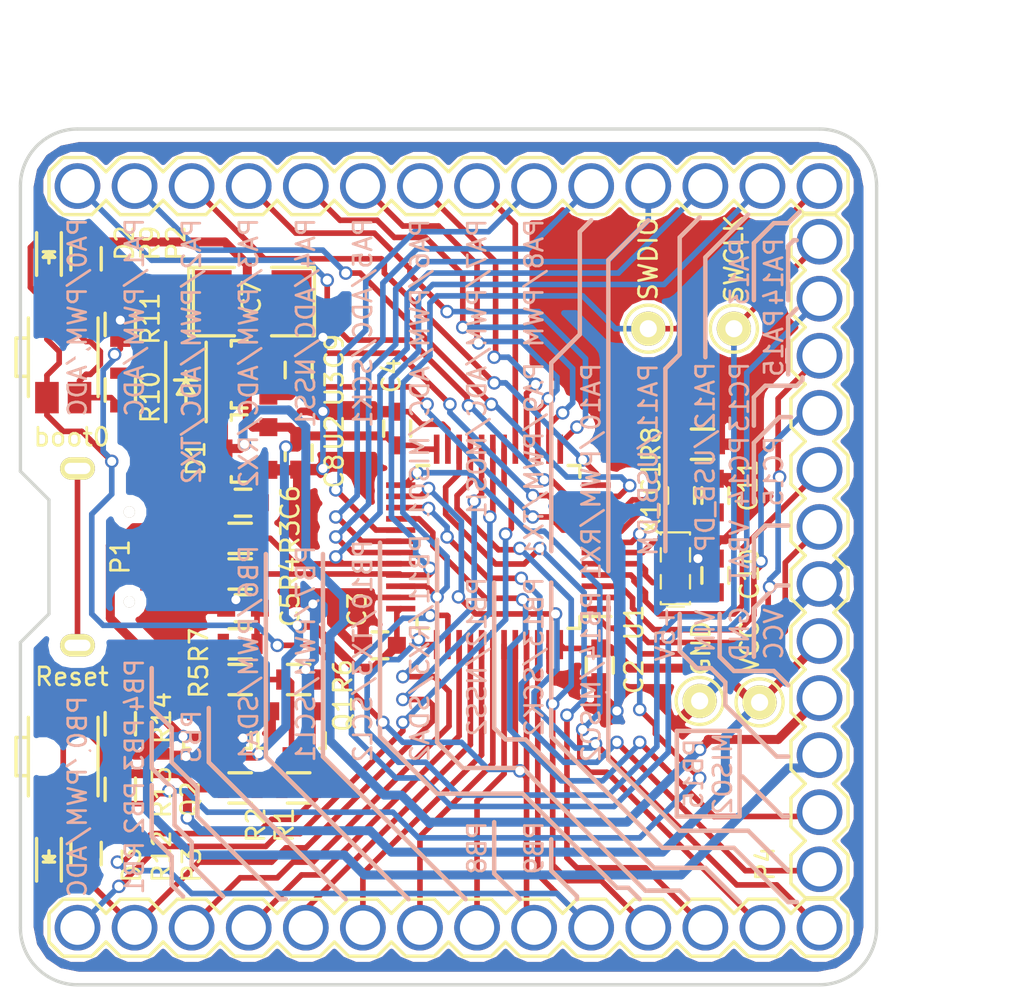
<source format=kicad_pcb>
(kicad_pcb (version 4) (host pcbnew 4.0.4-stable)
  (layers (0 F.Cu signal) (31 B.Cu signal) (34 B.Paste user) (35 F.Paste user) (36 B.SilkS user) (37 F.SilkS user) (38 B.Mask user) (39 F.Mask user) (44 Edge.Cuts user))
  (net 0 "")
  (net 1 GNDA)
  (net 2 VDDA)
  (net 3 VCC)
  (net 4 GND)
  (net 5 /PA12)
  (net 6 /PA11)
  (net 7 +BATT)
  (net 8 /OSC_IN)
  (net 9 /OSC_OUT)
  (net 10 +5V)
  (net 11 "Net-(D2-Pad2)")
  (net 12 "Net-(D3-Pad2)")
  (net 13 "Net-(P1-Pad2)")
  (net 14 "Net-(P1-Pad3)")
  (net 15 "Net-(P1-Pad4)")
  (net 16 "Net-(P1-Pad6)")
  (net 17 /PA13)
  (net 18 /PA6)
  (net 19 /PA7)
  (net 20 /PA8)
  (net 21 /PA10)
  (net 22 /PA9)
  (net 23 /PA3)
  (net 24 /PA4)
  (net 25 /PA5)
  (net 26 /PA2)
  (net 27 /PA1)
  (net 28 /PA0)
  (net 29 /PB12)
  (net 30 /PB13)
  (net 31 /PB6)
  (net 32 /PB7)
  (net 33 /PB8)
  (net 34 /PB11)
  (net 35 /PB10)
  (net 36 /PB9)
  (net 37 /PB3)
  (net 38 /PB4)
  (net 39 /PB5)
  (net 40 /PB2)
  (net 41 /PB1)
  (net 42 /PB0)
  (net 43 /PB14)
  (net 44 /PB15)
  (net 45 /RST)
  (net 46 /PC14)
  (net 47 /PC15)
  (net 48 /VBAT)
  (net 49 /PC13)
  (net 50 /PA15)
  (net 51 /PA14)
  (net 52 "Net-(Q1-Pad1)")
  (net 53 "Net-(Q1-Pad3)")
  (net 54 "Net-(Q2-Pad2)")
  (net 55 "Net-(R10-Pad2)")
  (net 56 "Net-(R14-Pad1)")
  (module TO_SOT_Packages_SMD:SOT-23 (layer F.Cu) (at 138.303 118.364 180)
    (fp_text reference Q2 (at 1.2065 -2.921 270) (layer F.SilkS) (effects (font (size 0.8 0.8) (thickness 0.12))))
    (fp_text value 8050)
    (pad 1 smd rect (at -0.95 1.00076 180) (size 0.8001 0.8001) (layers F.Cu F.Paste F.Mask) (net 53 "Net-(Q1-Pad3)"))
    (pad 2 smd rect (at 0.95 1.00076 180) (size 0.8001 0.8001) (layers F.Cu F.Paste F.Mask) (net 54 "Net-(Q2-Pad2)"))
    (pad 3 smd rect (at 0 -0.99822 180) (size 0.8001 0.8001) (layers F.Cu F.Paste F.Mask) (net 3 VCC))
  )
  (module Housings_QFP:LQFP-48_7x7mm_Pitch0.5mm (layer F.Cu) (at 150.8125 110.0455 180)
    (fp_text reference U1 (at -6.0325 -3.3655 270) (layer F.SilkS) (effects (font (size 0.8 0.8) (thickness 0.12))))
    (fp_text value STM32F103C8T6)
    (pad 1 smd rect (at -4.35 -2.75 180) (size 1.3 0.25) (layers F.Cu F.Paste F.Mask) (net 48 /VBAT))
    (pad 2 smd rect (at -4.35 -2.25 180) (size 1.3 0.25) (layers F.Cu F.Paste F.Mask) (net 49 /PC13))
    (pad 3 smd rect (at -4.35 -1.75 180) (size 1.3 0.25) (layers F.Cu F.Paste F.Mask) (net 46 /PC14))
    (pad 4 smd rect (at -4.35 -1.25 180) (size 1.3 0.25) (layers F.Cu F.Paste F.Mask) (net 47 /PC15))
    (pad 5 smd rect (at -4.35 -0.75 180) (size 1.3 0.25) (layers F.Cu F.Paste F.Mask) (net 8 /OSC_IN))
    (pad 6 smd rect (at -4.35 -0.25 180) (size 1.3 0.25) (layers F.Cu F.Paste F.Mask) (net 9 /OSC_OUT))
    (pad 7 smd rect (at -4.35 0.25 180) (size 1.3 0.25) (layers F.Cu F.Paste F.Mask) (net 45 /RST))
    (pad 8 smd rect (at -4.35 0.75 180) (size 1.3 0.25) (layers F.Cu F.Paste F.Mask) (net 1 GNDA))
    (pad 9 smd rect (at -4.35 1.25 180) (size 1.3 0.25) (layers F.Cu F.Paste F.Mask) (net 2 VDDA))
    (pad 10 smd rect (at -4.35 1.75 180) (size 1.3 0.25) (layers F.Cu F.Paste F.Mask) (net 28 /PA0))
    (pad 11 smd rect (at -4.35 2.25 180) (size 1.3 0.25) (layers F.Cu F.Paste F.Mask) (net 27 /PA1))
    (pad 12 smd rect (at -4.35 2.75 180) (size 1.3 0.25) (layers F.Cu F.Paste F.Mask) (net 26 /PA2))
    (pad 13 smd rect (at -2.75 4.35 270) (size 1.3 0.25) (layers F.Cu F.Paste F.Mask) (net 23 /PA3))
    (pad 14 smd rect (at -2.25 4.35 270) (size 1.3 0.25) (layers F.Cu F.Paste F.Mask) (net 24 /PA4))
    (pad 15 smd rect (at -1.75 4.35 270) (size 1.3 0.25) (layers F.Cu F.Paste F.Mask) (net 25 /PA5))
    (pad 16 smd rect (at -1.25 4.35 270) (size 1.3 0.25) (layers F.Cu F.Paste F.Mask) (net 18 /PA6))
    (pad 17 smd rect (at -0.75 4.35 270) (size 1.3 0.25) (layers F.Cu F.Paste F.Mask) (net 19 /PA7))
    (pad 18 smd rect (at -0.25 4.35 270) (size 1.3 0.25) (layers F.Cu F.Paste F.Mask) (net 42 /PB0))
    (pad 19 smd rect (at 0.25 4.35 270) (size 1.3 0.25) (layers F.Cu F.Paste F.Mask) (net 41 /PB1))
    (pad 20 smd rect (at 0.75 4.35 270) (size 1.3 0.25) (layers F.Cu F.Paste F.Mask) (net 40 /PB2))
    (pad 21 smd rect (at 1.25 4.35 270) (size 1.3 0.25) (layers F.Cu F.Paste F.Mask) (net 35 /PB10))
    (pad 22 smd rect (at 1.75 4.35 270) (size 1.3 0.25) (layers F.Cu F.Paste F.Mask) (net 34 /PB11))
    (pad 23 smd rect (at 2.25 4.35 270) (size 1.3 0.25) (layers F.Cu F.Paste F.Mask) (net 4 GND))
    (pad 24 smd rect (at 2.75 4.35 270) (size 1.3 0.25) (layers F.Cu F.Paste F.Mask) (net 3 VCC))
    (pad 25 smd rect (at 4.35 2.75 180) (size 1.3 0.25) (layers F.Cu F.Paste F.Mask) (net 29 /PB12))
    (pad 26 smd rect (at 4.35 2.25 180) (size 1.3 0.25) (layers F.Cu F.Paste F.Mask) (net 30 /PB13))
    (pad 27 smd rect (at 4.35 1.75 180) (size 1.3 0.25) (layers F.Cu F.Paste F.Mask) (net 43 /PB14))
    (pad 28 smd rect (at 4.35 1.25 180) (size 1.3 0.25) (layers F.Cu F.Paste F.Mask) (net 44 /PB15))
    (pad 29 smd rect (at 4.35 0.75 180) (size 1.3 0.25) (layers F.Cu F.Paste F.Mask) (net 20 /PA8))
    (pad 30 smd rect (at 4.35 0.25 180) (size 1.3 0.25) (layers F.Cu F.Paste F.Mask) (net 22 /PA9))
    (pad 31 smd rect (at 4.35 -0.25 180) (size 1.3 0.25) (layers F.Cu F.Paste F.Mask) (net 21 /PA10))
    (pad 32 smd rect (at 4.35 -0.75 180) (size 1.3 0.25) (layers F.Cu F.Paste F.Mask) (net 6 /PA11))
    (pad 33 smd rect (at 4.35 -1.25 180) (size 1.3 0.25) (layers F.Cu F.Paste F.Mask) (net 5 /PA12))
    (pad 34 smd rect (at 4.35 -1.75 180) (size 1.3 0.25) (layers F.Cu F.Paste F.Mask) (net 17 /PA13))
    (pad 35 smd rect (at 4.35 -2.25 180) (size 1.3 0.25) (layers F.Cu F.Paste F.Mask) (net 4 GND))
    (pad 36 smd rect (at 4.35 -2.75 180) (size 1.3 0.25) (layers F.Cu F.Paste F.Mask) (net 3 VCC))
    (pad 37 smd rect (at 2.75 -4.35 270) (size 1.3 0.25) (layers F.Cu F.Paste F.Mask) (net 51 /PA14))
    (pad 38 smd rect (at 2.25 -4.35 270) (size 1.3 0.25) (layers F.Cu F.Paste F.Mask) (net 50 /PA15))
    (pad 39 smd rect (at 1.75 -4.35 270) (size 1.3 0.25) (layers F.Cu F.Paste F.Mask) (net 37 /PB3))
    (pad 40 smd rect (at 1.25 -4.35 270) (size 1.3 0.25) (layers F.Cu F.Paste F.Mask) (net 38 /PB4))
    (pad 41 smd rect (at 0.75 -4.35 270) (size 1.3 0.25) (layers F.Cu F.Paste F.Mask) (net 39 /PB5))
    (pad 42 smd rect (at 0.25 -4.35 270) (size 1.3 0.25) (layers F.Cu F.Paste F.Mask) (net 31 /PB6))
    (pad 43 smd rect (at -0.25 -4.35 270) (size 1.3 0.25) (layers F.Cu F.Paste F.Mask) (net 32 /PB7))
    (pad 44 smd rect (at -0.75 -4.35 270) (size 1.3 0.25) (layers F.Cu F.Paste F.Mask) (net 33 /PB8))
    (pad 45 smd rect (at -1.25 -4.35 270) (size 1.3 0.25) (layers F.Cu F.Paste F.Mask) (net 33 /PB8))
    (pad 46 smd rect (at -1.75 -4.35 270) (size 1.3 0.25) (layers F.Cu F.Paste F.Mask) (net 36 /PB9))
    (pad 47 smd rect (at -2.25 -4.35 270) (size 1.3 0.25) (layers F.Cu F.Paste F.Mask) (net 4 GND))
    (pad 48 smd rect (at -2.75 -4.35 270) (size 1.3 0.25) (layers F.Cu F.Paste F.Mask) (net 3 VCC))
  )
  (module myFootprints:Debug_Pin_1 (layer F.Cu) (at 162.433 116.967)
    (fp_text reference P7 hide)
    (fp_text value CONN_01X01)
    (pad 1 thru_hole circle (at 0 0) (size 1.524 1.524) (drill 0.762) (layers *.Cu *.Mask F.SilkS) (net 3 VCC))
  )
  (module myFootprints:USB_Micro-B-MK5 (layer F.Cu) (at 133.985 110.49 270)
    (fp_text reference P1 (at 0 0 270) (layer F.SilkS) (effects (font (size 0.8 0.8) (thickness 0.12))))
    (fp_text value USB_OTG)
    (pad 1 smd rect (at -1.3009 -1.56254) (size 1.35 0.4) (layers F.Cu F.Paste F.Mask) (net 10 +5V))
    (pad 2 smd rect (at -0.6509 -1.56254) (size 1.35 0.4) (layers F.Cu F.Paste F.Mask) (net 13 "Net-(P1-Pad2)"))
    (pad 3 smd rect (at -0.0009 -1.56254) (size 1.35 0.4) (layers F.Cu F.Paste F.Mask) (net 14 "Net-(P1-Pad3)"))
    (pad 4 smd rect (at 0.6491 -1.56254) (size 1.35 0.4) (layers F.Cu F.Paste F.Mask) (net 15 "Net-(P1-Pad4)"))
    (pad 5 smd rect (at 1.2991 -1.56254) (size 1.35 0.4) (layers F.Cu F.Paste F.Mask) (net 4 GND))
    (pad 6 thru_hole oval (at -3.937 1.905) (size 1.55 1) (drill oval 1.15 0.5) (layers *.Cu *.Mask F.SilkS) (net 16 "Net-(P1-Pad6)"))
    (pad 6 thru_hole oval (at 3.937 1.905) (size 1.55 1) (drill oval 1.15 0.5) (layers *.Cu *.Mask F.SilkS) (net 16 "Net-(P1-Pad6)"))
    (pad "" thru_hole circle (at 2 -0.4 270) (size 0.5 0.5) (drill 0.5) (layers *.Cu *.Mask F.SilkS))
    (pad "" thru_hole circle (at -2 -0.4 270) (size 0.5 0.5) (drill 0.5) (layers *.Cu *.Mask F.SilkS))
  )
  (module Capacitors_SMD:C_0603 (layer F.Cu) (at 158.9405 107.7595 90)
    (fp_text reference C1 (at 0.762 -1.3335 270) (layer F.SilkS) (effects (font (size 0.8 0.8) (thickness 0.12))))
    (fp_text value 1uF)
    (pad 1 smd rect (at -0.75 0 90) (size 0.8 0.75) (layers F.Cu F.Paste F.Mask) (net 1 GNDA))
    (pad 2 smd rect (at 0.75 0 90) (size 0.8 0.75) (layers F.Cu F.Paste F.Mask) (net 2 VDDA))
  )
  (module Capacitors_SMD:C_0603 (layer F.Cu) (at 155.321 115.316 270)
    (fp_text reference C2 (at 0.508 -1.524 270) (layer F.SilkS) (effects (font (size 0.8 0.8) (thickness 0.12))))
    (fp_text value 1uF)
    (pad 1 smd rect (at -0.75 0 270) (size 0.8 0.75) (layers F.Cu F.Paste F.Mask) (net 3 VCC))
    (pad 2 smd rect (at 0.75 0 270) (size 0.8 0.75) (layers F.Cu F.Paste F.Mask) (net 4 GND))
  )
  (module Capacitors_SMD:C_0603 (layer F.Cu) (at 145.542 114.427 180)
    (fp_text reference C3 (at 1.016 1.5875 270) (layer F.SilkS) (effects (font (size 0.8 0.8) (thickness 0.12))))
    (fp_text value 1uF)
    (pad 1 smd rect (at -0.75 0 180) (size 0.8 0.75) (layers F.Cu F.Paste F.Mask) (net 3 VCC))
    (pad 2 smd rect (at 0.75 0 180) (size 0.8 0.75) (layers F.Cu F.Paste F.Mask) (net 4 GND))
  )
  (module Capacitors_SMD:C_0603 (layer F.Cu) (at 146.304 104.775 90)
    (fp_text reference C4 (at 2.3495 -0.254 90) (layer F.SilkS) (effects (font (size 0.8 0.8) (thickness 0.12))))
    (fp_text value 1uF)
    (pad 1 smd rect (at -0.75 0 90) (size 0.8 0.75) (layers F.Cu F.Paste F.Mask) (net 3 VCC))
    (pad 2 smd rect (at 0.75 0 90) (size 0.8 0.75) (layers F.Cu F.Paste F.Mask) (net 4 GND))
  )
  (module Capacitors_SMD:C_0603 (layer F.Cu) (at 139.446 112.776 180)
    (fp_text reference C5 (at -2.0955 -0.0635 270) (layer F.SilkS) (effects (font (size 0.8 0.8) (thickness 0.12))))
    (fp_text value 47pF)
    (pad 1 smd rect (at -0.75 0 180) (size 0.8 0.75) (layers F.Cu F.Paste F.Mask) (net 5 /PA12))
    (pad 2 smd rect (at 0.75 0 180) (size 0.8 0.75) (layers F.Cu F.Paste F.Mask) (net 4 GND))
  )
  (module Capacitors_SMD:C_0603 (layer F.Cu) (at 139.446 108.077 180)
    (fp_text reference C6 (at -2.0955 0 270) (layer F.SilkS) (effects (font (size 0.8 0.8) (thickness 0.12))))
    (fp_text value 47pF)
    (pad 1 smd rect (at -0.75 0 180) (size 0.8 0.75) (layers F.Cu F.Paste F.Mask) (net 6 /PA11))
    (pad 2 smd rect (at 0.75 0 180) (size 0.8 0.75) (layers F.Cu F.Paste F.Mask) (net 4 GND))
  )
  (module SMD_Packages:SMD-1210_Pol (layer F.Cu) (at 139.827 99.1235)
    (fp_text reference C7 (at 0 -0.1905 90) (layer F.SilkS) (effects (font (size 0.8 0.8) (thickness 0.12))))
    (fp_text value 100uF)
    (pad 1 smd rect (at -1.778 0) (size 1.778 2.794) (layers F.Cu F.Paste F.Mask) (net 7 +BATT))
    (pad 2 smd rect (at 1.778 0) (size 1.778 2.794) (layers F.Cu F.Paste F.Mask) (net 4 GND))
  )
  (module Capacitors_SMD:C_0603 (layer F.Cu) (at 141.9225 105.8545 270)
    (fp_text reference C8 (at 0.8255 -1.5875 270) (layer F.SilkS) (effects (font (size 0.8 0.8) (thickness 0.12))))
    (fp_text value 10uF)
    (pad 1 smd rect (at -0.75 0 270) (size 0.8 0.75) (layers F.Cu F.Paste F.Mask) (net 3 VCC))
    (pad 2 smd rect (at 0.75 0 270) (size 0.8 0.75) (layers F.Cu F.Paste F.Mask) (net 4 GND))
  )
  (module Capacitors_SMD:C_0603 (layer F.Cu) (at 141.9225 102.1715 270)
    (fp_text reference C9 (at -0.8255 -1.5875 270) (layer F.SilkS) (effects (font (size 0.8 0.8) (thickness 0.12))))
    (fp_text value 10uF)
    (pad 1 smd rect (at -0.75 0 270) (size 0.8 0.75) (layers F.Cu F.Paste F.Mask) (net 2 VDDA))
    (pad 2 smd rect (at 0.75 0 270) (size 0.8 0.75) (layers F.Cu F.Paste F.Mask) (net 1 GNDA))
  )
  (module Capacitors_SMD:C_0603 (layer F.Cu) (at 160.4645 111.3155 270)
    (fp_text reference C10 (at -0.0635 -1.524 450) (layer F.SilkS) (effects (font (size 0.8 0.8) (thickness 0.12))))
    (fp_text value 18pF)
    (pad 1 smd rect (at -0.75 0 270) (size 0.8 0.75) (layers F.Cu F.Paste F.Mask) (net 4 GND))
    (pad 2 smd rect (at 0.75 0 270) (size 0.8 0.75) (layers F.Cu F.Paste F.Mask) (net 8 /OSC_IN))
  )
  (module Capacitors_SMD:C_0603 (layer F.Cu) (at 160.4645 107.7595 270)
    (fp_text reference C11 (at -0.4445 -1.4605 450) (layer F.SilkS) (effects (font (size 0.8 0.8) (thickness 0.12))))
    (fp_text value 18pF)
    (pad 1 smd rect (at -0.75 0 270) (size 0.8 0.75) (layers F.Cu F.Paste F.Mask) (net 4 GND))
    (pad 2 smd rect (at 0.75 0 270) (size 0.8 0.75) (layers F.Cu F.Paste F.Mask) (net 9 /OSC_OUT))
  )
  (module Diodes_SMD:SOD-123 (layer F.Cu) (at 136.906 102.9335 270)
    (fp_text reference D1 (at 3.175 -0.4445 450) (layer F.SilkS) (effects (font (size 0.8 0.8) (thickness 0.12))))
    (fp_text value D_Small)
    (pad 1 smd rect (at -1.635 0 270) (size 0.91 1.22) (layers F.Cu F.Paste F.Mask) (net 7 +BATT))
    (pad 2 smd rect (at 1.635 0 270) (size 0.91 1.22) (layers F.Cu F.Paste F.Mask) (net 10 +5V))
  )
  (module LEDs:LED_0603 (layer F.Cu) (at 130.81 97.155 270)
    (fp_text reference D2 (at -0.635 -3.3655 450) (layer F.SilkS) (effects (font (size 0.8 0.8) (thickness 0.12))))
    (fp_text value PWR)
    (pad 2 smd rect (at 0.7493 0 90) (size 0.79756 0.79756) (layers F.Cu F.Paste F.Mask) (net 11 "Net-(D2-Pad2)"))
    (pad 1 smd rect (at -0.7493 0 90) (size 0.79756 0.79756) (layers F.Cu F.Paste F.Mask) (net 4 GND))
  )
  (module LEDs:LED_0603 (layer F.Cu) (at 130.81 123.825 90)
    (fp_text reference D3 (at -0.381 3.683 90) (layer F.SilkS) (effects (font (size 0.8 0.8) (thickness 0.12))))
    (fp_text value GREEN)
    (pad 2 smd rect (at 0.7493 0 270) (size 0.79756 0.79756) (layers F.Cu F.Paste F.Mask) (net 12 "Net-(D3-Pad2)"))
    (pad 1 smd rect (at -0.7493 0 270) (size 0.79756 0.79756) (layers F.Cu F.Paste F.Mask) (net 4 GND))
  )
  (module myFootprints:Connector_FAD_14x1 (layer F.Cu) (at 148.59 93.98)
    (fp_text reference P2 (at -12.1285 2.54 90) (layer F.SilkS) (effects (font (size 0.8 0.8) (thickness 0.12))))
    (fp_text value CONN_01X14)
    (pad 13 thru_hole circle (at 13.97 0) (size 2.032 2.032) (drill 1.524) (layers *.Cu *.Mask) (net 5 /PA12))
    (pad 14 thru_hole circle (at 16.51 0) (size 2.032 2.032) (drill 1.524) (layers *.Cu *.Mask) (net 17 /PA13))
    (pad 7 thru_hole circle (at -1.27 0) (size 2.032 2.032) (drill 1.524) (layers *.Cu *.Mask) (net 18 /PA6))
    (pad 8 thru_hole circle (at 1.27 0) (size 2.032 2.032) (drill 1.524) (layers *.Cu *.Mask) (net 19 /PA7))
    (pad 9 thru_hole circle (at 3.81 0) (size 2.032 2.032) (drill 1.524) (layers *.Cu *.Mask) (net 20 /PA8))
    (pad 12 thru_hole circle (at 11.43 0) (size 2.032 2.032) (drill 1.524) (layers *.Cu *.Mask) (net 6 /PA11))
    (pad 11 thru_hole circle (at 8.89 0) (size 2.032 2.032) (drill 1.524) (layers *.Cu *.Mask) (net 21 /PA10))
    (pad 10 thru_hole circle (at 6.35 0) (size 2.032 2.032) (drill 1.524) (layers *.Cu *.Mask) (net 22 /PA9))
    (pad 4 thru_hole circle (at -8.89 0) (size 2.032 2.032) (drill 1.524) (layers *.Cu *.Mask) (net 23 /PA3))
    (pad 5 thru_hole circle (at -6.35 0) (size 2.032 2.032) (drill 1.524) (layers *.Cu *.Mask) (net 24 /PA4))
    (pad 6 thru_hole circle (at -3.81 0) (size 2.032 2.032) (drill 1.524) (layers *.Cu *.Mask) (net 25 /PA5))
    (pad 3 thru_hole circle (at -11.43 0) (size 2.032 2.032) (drill 1.524) (layers *.Cu *.Mask) (net 26 /PA2))
    (pad 2 thru_hole circle (at -13.97 0) (size 2.032 2.032) (drill 1.524) (layers *.Cu *.Mask) (net 27 /PA1))
    (pad 1 thru_hole circle (at -16.51 0) (size 2.032 2.032) (drill 1.524) (layers *.Cu *.Mask) (net 28 /PA0))
  )
  (module myFootprints:Connector_FAD_14x1 (layer F.Cu) (at 148.59 127)
    (fp_text reference P3 (at -11.43 -2.794 90) (layer F.SilkS) (effects (font (size 0.8 0.8) (thickness 0.12))))
    (fp_text value CONN_01X14)
    (pad 13 thru_hole circle (at 13.97 0) (size 2.032 2.032) (drill 1.524) (layers *.Cu *.Mask) (net 29 /PB12))
    (pad 14 thru_hole circle (at 16.51 0) (size 2.032 2.032) (drill 1.524) (layers *.Cu *.Mask) (net 30 /PB13))
    (pad 7 thru_hole circle (at -1.27 0) (size 2.032 2.032) (drill 1.524) (layers *.Cu *.Mask) (net 31 /PB6))
    (pad 8 thru_hole circle (at 1.27 0) (size 2.032 2.032) (drill 1.524) (layers *.Cu *.Mask) (net 32 /PB7))
    (pad 9 thru_hole circle (at 3.81 0) (size 2.032 2.032) (drill 1.524) (layers *.Cu *.Mask) (net 33 /PB8))
    (pad 12 thru_hole circle (at 11.43 0) (size 2.032 2.032) (drill 1.524) (layers *.Cu *.Mask) (net 34 /PB11))
    (pad 11 thru_hole circle (at 8.89 0) (size 2.032 2.032) (drill 1.524) (layers *.Cu *.Mask) (net 35 /PB10))
    (pad 10 thru_hole circle (at 6.35 0) (size 2.032 2.032) (drill 1.524) (layers *.Cu *.Mask) (net 36 /PB9))
    (pad 4 thru_hole circle (at -8.89 0) (size 2.032 2.032) (drill 1.524) (layers *.Cu *.Mask) (net 37 /PB3))
    (pad 5 thru_hole circle (at -6.35 0) (size 2.032 2.032) (drill 1.524) (layers *.Cu *.Mask) (net 38 /PB4))
    (pad 6 thru_hole circle (at -3.81 0) (size 2.032 2.032) (drill 1.524) (layers *.Cu *.Mask) (net 39 /PB5))
    (pad 3 thru_hole circle (at -11.43 0) (size 2.032 2.032) (drill 1.524) (layers *.Cu *.Mask) (net 40 /PB2))
    (pad 2 thru_hole circle (at -13.97 0) (size 2.032 2.032) (drill 1.524) (layers *.Cu *.Mask) (net 41 /PB1))
    (pad 1 thru_hole circle (at -16.51 0) (size 2.032 2.032) (drill 1.524) (layers *.Cu *.Mask) (net 42 /PB0))
  )
  (module myFootprints:Connector_FAD_12x1 (layer F.Cu) (at 165.1 110.4265 270)
    (fp_text reference P4 (at 13.716 2.413 270) (layer F.SilkS) (effects (font (size 0.8 0.8) (thickness 0.12))))
    (fp_text value CONN_01X12)
    (pad 7 thru_hole circle (at 1.27 0 270) (size 2.032 2.032) (drill 1.524) (layers *.Cu *.Mask) (net 4 GND))
    (pad 8 thru_hole circle (at 3.81 0 270) (size 2.032 2.032) (drill 1.524) (layers *.Cu *.Mask) (net 3 VCC))
    (pad 9 thru_hole circle (at 6.35 0 270) (size 2.032 2.032) (drill 1.524) (layers *.Cu *.Mask) (net 7 +BATT))
    (pad 12 thru_hole circle (at 13.97 0 270) (size 2.032 2.032) (drill 1.524) (layers *.Cu *.Mask) (net 43 /PB14))
    (pad 11 thru_hole circle (at 11.43 0 270) (size 2.032 2.032) (drill 1.524) (layers *.Cu *.Mask) (net 44 /PB15))
    (pad 10 thru_hole circle (at 8.89 0 270) (size 2.032 2.032) (drill 1.524) (layers *.Cu *.Mask) (net 10 +5V))
    (pad 4 thru_hole circle (at -6.35 0 270) (size 2.032 2.032) (drill 1.524) (layers *.Cu *.Mask) (net 46 /PC14))
    (pad 5 thru_hole circle (at -3.81 0 270) (size 2.032 2.032) (drill 1.524) (layers *.Cu *.Mask) (net 47 /PC15))
    (pad 6 thru_hole circle (at -1.27 0 270) (size 2.032 2.032) (drill 1.524) (layers *.Cu *.Mask) (net 48 /VBAT))
    (pad 3 thru_hole circle (at -8.89 0 270) (size 2.032 2.032) (drill 1.524) (layers *.Cu *.Mask) (net 49 /PC13))
    (pad 2 thru_hole circle (at -11.43 0 270) (size 2.032 2.032) (drill 1.524) (layers *.Cu *.Mask) (net 50 /PA15))
    (pad 1 thru_hole circle (at -13.97 0 270) (size 2.032 2.032) (drill 1.524) (layers *.Cu *.Mask) (net 51 /PA14))
  )
  (module TO_SOT_Packages_SMD:SOT-23 (layer F.Cu) (at 141.605 118.364 180)
    (fp_text reference Q1 (at -2.286 0.889 270) (layer F.SilkS) (effects (font (size 0.8 0.8) (thickness 0.12))))
    (fp_text value 8050)
    (pad 1 smd rect (at -0.95 1.00076 180) (size 0.8001 0.8001) (layers F.Cu F.Paste F.Mask) (net 52 "Net-(Q1-Pad1)"))
    (pad 2 smd rect (at 0.95 1.00076 180) (size 0.8001 0.8001) (layers F.Cu F.Paste F.Mask) (net 4 GND))
    (pad 3 smd rect (at 0 -0.99822 180) (size 0.8001 0.8001) (layers F.Cu F.Paste F.Mask) (net 53 "Net-(Q1-Pad3)"))
  )
  (module Resistors_SMD:R_0603 (layer F.Cu) (at 141.9225 120.777 180)
    (fp_text reference R1 (at 0.635 -1.651 450) (layer F.SilkS) (effects (font (size 0.8 0.8) (thickness 0.12))))
    (fp_text value 1K)
    (pad 1 smd rect (at -0.75 0 180) (size 0.5 0.9) (layers F.Cu F.Paste F.Mask) (net 36 /PB9))
    (pad 2 smd rect (at 0.75 0 180) (size 0.5 0.9) (layers F.Cu F.Paste F.Mask) (net 52 "Net-(Q1-Pad1)"))
  )
  (module Resistors_SMD:R_0603 (layer F.Cu) (at 139.319 120.777 180)
    (fp_text reference R2 (at -0.6985 -1.651 450) (layer F.SilkS) (effects (font (size 0.8 0.8) (thickness 0.12))))
    (fp_text value 47K)
    (pad 1 smd rect (at -0.75 0 180) (size 0.5 0.9) (layers F.Cu F.Paste F.Mask) (net 52 "Net-(Q1-Pad1)"))
    (pad 2 smd rect (at 0.75 0 180) (size 0.5 0.9) (layers F.Cu F.Paste F.Mask) (net 3 VCC))
  )
  (module Resistors_SMD:R_0603 (layer F.Cu) (at 139.319 109.6645 180)
    (fp_text reference R3 (at -2.2225 0.0635 270) (layer F.SilkS) (effects (font (size 0.8 0.8) (thickness 0.12))))
    (fp_text value 22)
    (pad 1 smd rect (at -0.75 0 180) (size 0.5 0.9) (layers F.Cu F.Paste F.Mask) (net 6 /PA11))
    (pad 2 smd rect (at 0.75 0 180) (size 0.5 0.9) (layers F.Cu F.Paste F.Mask) (net 13 "Net-(P1-Pad2)"))
  )
  (module Resistors_SMD:R_0603 (layer F.Cu) (at 139.319 111.252 180)
    (fp_text reference R4 (at -2.2225 0 270) (layer F.SilkS) (effects (font (size 0.8 0.8) (thickness 0.12))))
    (fp_text value 22)
    (pad 1 smd rect (at -0.75 0 180) (size 0.5 0.9) (layers F.Cu F.Paste F.Mask) (net 5 /PA12))
    (pad 2 smd rect (at 0.75 0 180) (size 0.5 0.9) (layers F.Cu F.Paste F.Mask) (net 14 "Net-(P1-Pad3)"))
  )
  (module Resistors_SMD:R_0603 (layer F.Cu) (at 139.319 115.951 180)
    (fp_text reference R5 (at 1.8415 -0.0635 270) (layer F.SilkS) (effects (font (size 0.8 0.8) (thickness 0.12))))
    (fp_text value 10K)
    (pad 1 smd rect (at -0.75 0 180) (size 0.5 0.9) (layers F.Cu F.Paste F.Mask) (net 53 "Net-(Q1-Pad3)"))
    (pad 2 smd rect (at 0.75 0 180) (size 0.5 0.9) (layers F.Cu F.Paste F.Mask) (net 10 +5V))
  )
  (module Resistors_SMD:R_0603 (layer F.Cu) (at 141.9225 115.951 180)
    (fp_text reference R6 (at -1.9685 0.127 270) (layer F.SilkS) (effects (font (size 0.8 0.8) (thickness 0.12))))
    (fp_text value 36K)
    (pad 1 smd rect (at -0.75 0 180) (size 0.5 0.9) (layers F.Cu F.Paste F.Mask) (net 4 GND))
    (pad 2 smd rect (at 0.75 0 180) (size 0.5 0.9) (layers F.Cu F.Paste F.Mask) (net 53 "Net-(Q1-Pad3)"))
  )
  (module Resistors_SMD:R_0603 (layer F.Cu) (at 139.319 114.3635 180)
    (fp_text reference R7 (at 1.8415 -0.0635 270) (layer F.SilkS) (effects (font (size 0.8 0.8) (thickness 0.12))))
    (fp_text value 1.5K)
    (pad 1 smd rect (at -0.75 0 180) (size 0.5 0.9) (layers F.Cu F.Paste F.Mask) (net 5 /PA12))
    (pad 2 smd rect (at 0.75 0 180) (size 0.5 0.9) (layers F.Cu F.Paste F.Mask) (net 54 "Net-(Q2-Pad2)"))
  )
  (module Resistors_SMD:R_0603 (layer F.Cu) (at 159.893 105.4735 180)
    (fp_text reference R8 (at 2.286 0 270) (layer F.SilkS) (effects (font (size 0.8 0.8) (thickness 0.12))))
    (fp_text value 0)
    (pad 1 smd rect (at -0.75 0 180) (size 0.5 0.9) (layers F.Cu F.Paste F.Mask) (net 4 GND))
    (pad 2 smd rect (at 0.75 0 180) (size 0.5 0.9) (layers F.Cu F.Paste F.Mask) (net 1 GNDA))
  )
  (module Resistors_SMD:R_0603 (layer F.Cu) (at 132.461 97.2185 90)
    (fp_text reference R9 (at 0.6985 2.8575 90) (layer F.SilkS) (effects (font (size 0.8 0.8) (thickness 0.12))))
    (fp_text value 1K)
    (pad 1 smd rect (at -0.75 0 90) (size 0.5 0.9) (layers F.Cu F.Paste F.Mask) (net 11 "Net-(D2-Pad2)"))
    (pad 2 smd rect (at 0.75 0 90) (size 0.5 0.9) (layers F.Cu F.Paste F.Mask) (net 3 VCC))
  )
  (module Resistors_SMD:R_0603 (layer F.Cu) (at 133.985 103.0605 270)
    (fp_text reference R10 (at 0.3175 -1.3335 270) (layer F.SilkS) (effects (font (size 0.8 0.8) (thickness 0.12))))
    (fp_text value 1K)
    (pad 1 smd rect (at -0.75 0 270) (size 0.5 0.9) (layers F.Cu F.Paste F.Mask) (net 3 VCC))
    (pad 2 smd rect (at 0.75 0 270) (size 0.5 0.9) (layers F.Cu F.Paste F.Mask) (net 55 "Net-(R10-Pad2)"))
  )
  (module Resistors_SMD:R_0603 (layer F.Cu) (at 133.985 100.1395 270)
    (fp_text reference R11 (at -0.254 -1.3335 270) (layer F.SilkS) (effects (font (size 0.8 0.8) (thickness 0.12))))
    (fp_text value 10K)
    (pad 1 smd rect (at -0.75 0 270) (size 0.5 0.9) (layers F.Cu F.Paste F.Mask) (net 4 GND))
    (pad 2 smd rect (at 0.75 0 270) (size 0.5 0.9) (layers F.Cu F.Paste F.Mask) (net 33 /PB8))
  )
  (module Resistors_SMD:R_0603 (layer F.Cu) (at 132.461 123.698 270)
    (fp_text reference R12 (at 0.127 -3.3655 270) (layer F.SilkS) (effects (font (size 0.8 0.8) (thickness 0.12))))
    (fp_text value 1K)
    (pad 1 smd rect (at -0.75 0 270) (size 0.5 0.9) (layers F.Cu F.Paste F.Mask) (net 12 "Net-(D3-Pad2)"))
    (pad 2 smd rect (at 0.75 0 270) (size 0.5 0.9) (layers F.Cu F.Paste F.Mask) (net 41 /PB1))
  )
  (module Resistors_SMD:R_0603 (layer F.Cu) (at 133.985 120.8405 90)
    (fp_text reference R13 (at -0.127 1.8415 90) (layer F.SilkS) (effects (font (size 0.8 0.8) (thickness 0.12))))
    (fp_text value 10K)
    (pad 1 smd rect (at -0.75 0 90) (size 0.5 0.9) (layers F.Cu F.Paste F.Mask) (net 45 /RST))
    (pad 2 smd rect (at 0.75 0 90) (size 0.5 0.9) (layers F.Cu F.Paste F.Mask) (net 3 VCC))
  )
  (module Resistors_SMD:R_0603 (layer F.Cu) (at 133.985 117.9195 270)
    (fp_text reference R14 (at -0.254 -1.8415 270) (layer F.SilkS) (effects (font (size 0.8 0.8) (thickness 0.12))))
    (fp_text value 1K)
    (pad 1 smd rect (at -0.75 0 270) (size 0.5 0.9) (layers F.Cu F.Paste F.Mask) (net 56 "Net-(R14-Pad1)"))
    (pad 2 smd rect (at 0.75 0 270) (size 0.5 0.9) (layers F.Cu F.Paste F.Mask) (net 4 GND))
  )
  (module Buttons_Switches_SMD:SW_SPST_EVQP7C (layer F.Cu) (at 131.445 101.6 270)
    (fp_text reference SW1 hide)
    (fp_text value USR_BUT)
    (pad 1 smd rect (at 1.8 -0.725 270) (size 1.4 1.05) (layers F.Cu F.Paste F.Mask) (net 55 "Net-(R10-Pad2)"))
    (pad 1 smd rect (at -1.8 -0.725 270) (size 1.4 1.05) (layers F.Cu F.Paste F.Mask) (net 55 "Net-(R10-Pad2)"))
    (pad 2 smd rect (at 1.8 0.725 270) (size 1.4 1.05) (layers F.Cu F.Paste F.Mask) (net 33 /PB8))
    (pad 2 smd rect (at -1.8 0.725 270) (size 1.4 1.05) (layers F.Cu F.Paste F.Mask) (net 33 /PB8))
    (pad "" np_thru_hole circle (at 0 -0.9 270) (size 0.7 0.7) (drill 0.7) (layers *.Cu *.Mask))
    (pad "" np_thru_hole circle (at 0 0.9 270) (size 0.7 0.7) (drill 0.7) (layers *.Cu *.Mask))
  )
  (module Buttons_Switches_SMD:SW_SPST_EVQP7C (layer F.Cu) (at 131.445 119.38 270)
    (fp_text reference SW2 hide)
    (fp_text value RST_BUTTON)
    (pad 1 smd rect (at 1.8 -0.725 270) (size 1.4 1.05) (layers F.Cu F.Paste F.Mask) (net 45 /RST))
    (pad 1 smd rect (at -1.8 -0.725 270) (size 1.4 1.05) (layers F.Cu F.Paste F.Mask) (net 45 /RST))
    (pad 2 smd rect (at 1.8 0.725 270) (size 1.4 1.05) (layers F.Cu F.Paste F.Mask) (net 56 "Net-(R14-Pad1)"))
    (pad 2 smd rect (at -1.8 0.725 270) (size 1.4 1.05) (layers F.Cu F.Paste F.Mask) (net 56 "Net-(R14-Pad1)"))
    (pad "" np_thru_hole circle (at 0 -0.9 270) (size 0.7 0.7) (drill 0.7) (layers *.Cu *.Mask))
    (pad "" np_thru_hole circle (at 0 0.9 270) (size 0.7 0.7) (drill 0.7) (layers *.Cu *.Mask))
  )
  (module TO_SOT_Packages_SMD:SOT-23 (layer F.Cu) (at 139.573 105.664 90)
    (fp_text reference U2 (at 0.6985 3.937 90) (layer F.SilkS) (effects (font (size 0.8 0.8) (thickness 0.12))))
    (fp_text value XC6206P332MR)
    (pad 1 smd rect (at -0.95 1.00076 90) (size 0.8001 0.8001) (layers F.Cu F.Paste F.Mask) (net 4 GND))
    (pad 2 smd rect (at 0.95 1.00076 90) (size 0.8001 0.8001) (layers F.Cu F.Paste F.Mask) (net 3 VCC))
    (pad 3 smd rect (at 0 -0.99822 90) (size 0.8001 0.8001) (layers F.Cu F.Paste F.Mask) (net 7 +BATT))
  )
  (module TO_SOT_Packages_SMD:SOT-23 (layer F.Cu) (at 139.573 102.362 90)
    (fp_text reference U3 (at -0.635 3.937 90) (layer F.SilkS) (effects (font (size 0.8 0.8) (thickness 0.12))))
    (fp_text value XC6206P332MR)
    (pad 1 smd rect (at -0.95 1.00076 90) (size 0.8001 0.8001) (layers F.Cu F.Paste F.Mask) (net 1 GNDA))
    (pad 2 smd rect (at 0.95 1.00076 90) (size 0.8001 0.8001) (layers F.Cu F.Paste F.Mask) (net 2 VDDA))
    (pad 3 smd rect (at 0 -0.99822 90) (size 0.8001 0.8001) (layers F.Cu F.Paste F.Mask) (net 7 +BATT))
  )
  (module myFootprints:Resonator_3.2x1.5mm (layer F.Cu) (at 158.6865 110.998 90)
    (fp_text reference X1 (at 2.2225 -1.0795 270) (layer F.SilkS) (effects (font (size 0.8 0.8) (thickness 0.12))))
    (fp_text value 8MHz_OSC)
    (pad 2 smd rect (at 1.2 0 90) (size 0.5 1.6) (layers F.Cu F.Paste F.Mask) (net 9 /OSC_OUT))
    (pad 3 smd rect (at 0 0 90) (size 0.5 1.6) (layers F.Cu F.Paste F.Mask) (net 4 GND))
    (pad 1 smd rect (at -1.2 0 90) (size 0.5 1.6) (layers F.Cu F.Paste F.Mask) (net 8 /OSC_IN))
  )
  (module myFootprints:Debug_Pin_1 (layer F.Cu) (at 157.48 100.33)
    (fp_text reference P5 hide)
    (fp_text value CONN_01X01)
    (pad 1 thru_hole circle (at 0 0) (size 1.524 1.524) (drill 0.762) (layers *.Cu *.Mask F.SilkS) (net 17 /PA13))
  )
  (module myFootprints:Debug_Pin_1 (layer F.Cu) (at 161.29 100.33)
    (fp_text reference P6 hide)
    (fp_text value CONN_01X01)
    (pad 1 thru_hole circle (at 0 0) (size 1.524 1.524) (drill 0.762) (layers *.Cu *.Mask F.SilkS) (net 51 /PA14))
  )
  (module myFootprints:Debug_Pin_1 (layer F.Cu) (at 159.766 116.9035)
    (fp_text reference P8 hide)
    (fp_text value CONN_01X01)
    (pad 1 thru_hole circle (at 0 0) (size 1.524 1.524) (drill 0.762) (layers *.Cu *.Mask F.SilkS) (net 4 GND))
  )
  (gr_line (start 158.877 125.349) (end 159.258 125.73) (angle 90) (layer B.SilkS) (width 0.2))
  (gr_line (start 149.352 119.888) (end 151.892 119.888) (angle 90) (layer B.SilkS) (width 0.2))
  (gr_line (start 157.353 125.349) (end 158.877 125.349) (angle 90) (layer B.SilkS) (width 0.2))
  (gr_line (start 151.892 119.888) (end 157.353 125.349) (angle 90) (layer B.SilkS) (width 0.2))
  (gr_line (start 148.59 119.253) (end 149.225 119.888) (angle 90) (layer B.SilkS) (width 0.2))
  (gr_line (start 151.892 121.031) (end 156.083 125.222) (angle 90) (layer B.SilkS) (width 0.2))
  (gr_line (start 148.082 121.031) (end 151.892 121.031) (angle 90) (layer B.SilkS) (width 0.2))
  (gr_line (start 146.812 119.761) (end 148.082 121.031) (angle 90) (layer B.SilkS) (width 0.2))
  (gr_line (start 154.305 125.603) (end 154.305 125.73) (angle 90) (layer B.SilkS) (width 0.2))
  (gr_line (start 153.162 124.46) (end 154.305 125.603) (angle 90) (layer B.SilkS) (width 0.2))
  (gr_line (start 153.162 123.063) (end 153.162 124.46) (angle 90) (layer B.SilkS) (width 0.2))
  (gr_line (start 150.622 124.587) (end 151.765 125.73) (angle 90) (layer B.SilkS) (width 0.2))
  (gr_line (start 150.622 122.301) (end 150.622 124.587) (angle 90) (layer B.SilkS) (width 0.2))
  (gr_line (start 163.449 122.047) (end 163.703 122.047) (angle 90) (layer B.SilkS) (width 0.2))
  (gr_line (start 162.687 121.285) (end 163.449 122.047) (angle 90) (layer B.SilkS) (width 0.2))
  (gr_line (start 161.671 120.269) (end 162.687 121.285) (angle 90) (layer B.SilkS) (width 0.2))
  (gr_line (start 158.75 118.237) (end 158.75 118.872) (angle 90) (layer B.SilkS) (width 0.2))
  (gr_line (start 161.544 118.237) (end 158.75 118.237) (angle 90) (layer B.SilkS) (width 0.2))
  (gr_line (start 161.544 122.047) (end 161.544 118.237) (angle 90) (layer B.SilkS) (width 0.2))
  (gr_line (start 158.75 122.047) (end 161.544 122.047) (angle 90) (layer B.SilkS) (width 0.2))
  (gr_line (start 158.75 118.745) (end 158.75 122.047) (angle 90) (layer B.SilkS) (width 0.2))
  (gr_line (start 163.195 123.952) (end 163.703 124.46) (angle 90) (layer B.SilkS) (width 0.2))
  (gr_line (start 161.925 122.682) (end 163.195 123.952) (angle 90) (layer B.SilkS) (width 0.2))
  (gr_line (start 158.877 122.682) (end 161.925 122.682) (angle 90) (layer B.SilkS) (width 0.2))
  (gr_line (start 155.702 119.507) (end 158.877 122.682) (angle 90) (layer B.SilkS) (width 0.2))
  (gr_line (start 155.702 112.268) (end 155.702 119.507) (angle 90) (layer B.SilkS) (width 0.2))
  (gr_text "PB15\nMISO2" (at 160.147 120.142 90) (layer B.SilkS) (effects (font (size 0.8 0.8) (thickness 0.12)) (justify mirror)))
  (gr_line (start 163.703 125.857) (end 164.084 125.857) (angle 90) (layer B.SilkS) (width 0.2))
  (gr_line (start 161.29 123.444) (end 163.703 125.857) (angle 90) (layer B.SilkS) (width 0.2))
  (gr_line (start 160.782 123.444) (end 161.29 123.444) (angle 90) (layer B.SilkS) (width 0.2))
  (gr_line (start 158.115 123.444) (end 160.782 123.444) (angle 90) (layer B.SilkS) (width 0.2))
  (gr_line (start 153.162 118.491) (end 158.115 123.444) (angle 90) (layer B.SilkS) (width 0.2))
  (gr_line (start 153.162 111.633) (end 153.162 118.491) (angle 90) (layer B.SilkS) (width 0.2))
  (gr_line (start 160.02 124.333) (end 161.544 125.857) (angle 90) (layer B.SilkS) (width 0.2))
  (gr_line (start 157.734 124.333) (end 160.02 124.333) (angle 90) (layer B.SilkS) (width 0.2))
  (gr_line (start 152.019 118.618) (end 157.734 124.333) (angle 90) (layer B.SilkS) (width 0.2))
  (gr_line (start 151.13 118.618) (end 152.019 118.618) (angle 90) (layer B.SilkS) (width 0.2))
  (gr_line (start 150.622 118.11) (end 151.13 118.618) (angle 90) (layer B.SilkS) (width 0.2))
  (gr_line (start 150.622 111.633) (end 150.622 118.11) (angle 90) (layer B.SilkS) (width 0.2))
  (gr_text PB14/MISO2 (at 154.94 115.824 90) (layer B.SilkS) (effects (font (size 0.8 0.8) (thickness 0.12)) (justify mirror)))
  (gr_text PB13/SCK2 (at 152.4 114.935 90) (layer B.SilkS) (effects (font (size 0.8 0.8) (thickness 0.12)) (justify mirror)))
  (gr_text PB12/NSS2 (at 149.86 114.935 90) (layer B.SilkS) (effects (font (size 0.8 0.8) (thickness 0.12)) (justify mirror)))
  (gr_line (start 157.48 125.349) (end 158.369 125.349) (angle 90) (layer B.SilkS) (width 0.2))
  (gr_line (start 148.082 118.745) (end 148.59 119.253) (angle 90) (layer B.SilkS) (width 0.2))
  (gr_line (start 148.082 115.316) (end 148.082 118.745) (angle 90) (layer B.SilkS) (width 0.2))
  (gr_line (start 148.082 109.728) (end 148.082 115.443) (angle 90) (layer B.SilkS) (width 0.2))
  (gr_line (start 156.591 125.222) (end 156.083 125.222) (angle 90) (layer B.SilkS) (width 0.2))
  (gr_line (start 156.591 125.222) (end 157.099 125.73) (angle 90) (layer B.SilkS) (width 0.2))
  (gr_line (start 146.558 119.507) (end 146.939 119.888) (angle 90) (layer B.SilkS) (width 0.2))
  (gr_line (start 145.542 118.491) (end 146.558 119.507) (angle 90) (layer B.SilkS) (width 0.2))
  (gr_line (start 145.542 109.855) (end 145.542 118.491) (angle 90) (layer B.SilkS) (width 0.2))
  (gr_line (start 143.002 119.38) (end 149.352 125.73) (angle 90) (layer B.SilkS) (width 0.2))
  (gr_line (start 143.002 110.363) (end 143.002 119.38) (angle 90) (layer B.SilkS) (width 0.2))
  (gr_line (start 140.462 119.38) (end 146.812 125.73) (angle 90) (layer B.SilkS) (width 0.2))
  (gr_line (start 140.462 110.363) (end 140.462 119.38) (angle 90) (layer B.SilkS) (width 0.2))
  (gr_line (start 137.922 119.634) (end 144.018 125.73) (angle 90) (layer B.SilkS) (width 0.2))
  (gr_line (start 137.922 118.999) (end 137.922 119.634) (angle 90) (layer B.SilkS) (width 0.2))
  (gr_line (start 137.922 117.221) (end 137.922 118.999) (angle 90) (layer B.SilkS) (width 0.2))
  (gr_line (start 141.097 125.73) (end 141.351 125.73) (angle 90) (layer B.SilkS) (width 0.2))
  (gr_line (start 138.176 122.809) (end 141.097 125.73) (angle 90) (layer B.SilkS) (width 0.2))
  (gr_line (start 137.414 122.047) (end 138.176 122.809) (angle 90) (layer B.SilkS) (width 0.2))
  (gr_line (start 137.414 120.777) (end 137.414 122.047) (angle 90) (layer B.SilkS) (width 0.2))
  (gr_line (start 136.271 119.634) (end 137.414 120.777) (angle 90) (layer B.SilkS) (width 0.2))
  (gr_line (start 136.271 118.11) (end 136.271 119.634) (angle 90) (layer B.SilkS) (width 0.2))
  (gr_line (start 135.382 117.221) (end 136.271 118.11) (angle 90) (layer B.SilkS) (width 0.2))
  (gr_line (start 135.382 115.443) (end 135.382 117.221) (angle 90) (layer B.SilkS) (width 0.2))
  (gr_line (start 137.16 124.206) (end 138.557 125.603) (angle 90) (layer B.SilkS) (width 0.2))
  (gr_line (start 137.16 123.19) (end 137.16 124.206) (angle 90) (layer B.SilkS) (width 0.2))
  (gr_line (start 136.398 122.428) (end 137.16 123.19) (angle 90) (layer B.SilkS) (width 0.2))
  (gr_line (start 136.398 120.904) (end 136.398 122.428) (angle 90) (layer B.SilkS) (width 0.2))
  (gr_line (start 135.382 119.888) (end 136.398 120.904) (angle 90) (layer B.SilkS) (width 0.2))
  (gr_line (start 135.382 117.856) (end 135.382 119.888) (angle 90) (layer B.SilkS) (width 0.2))
  (gr_line (start 136.271 125.095) (end 136.779 125.603) (angle 90) (layer B.SilkS) (width 0.2))
  (gr_line (start 136.271 123.825) (end 136.271 125.095) (angle 90) (layer B.SilkS) (width 0.2))
  (gr_line (start 135.382 122.936) (end 136.271 123.825) (angle 90) (layer B.SilkS) (width 0.2))
  (gr_line (start 135.382 122.555) (end 135.382 122.936) (angle 90) (layer B.SilkS) (width 0.2))
  (gr_line (start 135.382 120.65) (end 135.382 122.555) (angle 90) (layer B.SilkS) (width 0.2))
  (gr_text PB11/RX3/SDA2 (at 147.32 114.554 90) (layer B.SilkS) (effects (font (size 0.8 0.8) (thickness 0.12)) (justify mirror)))
  (gr_text PB10/TX3/SCL2 (at 144.78 114.681 90) (layer B.SilkS) (effects (font (size 0.8 0.8) (thickness 0.12)) (justify mirror)))
  (gr_text PB9 (at 152.4 123.444 90) (layer B.SilkS) (effects (font (size 0.8 0.8) (thickness 0.12)) (justify mirror)))
  (gr_text PB8 (at 149.86 123.444 90) (layer B.SilkS) (effects (font (size 0.8 0.8) (thickness 0.12)) (justify mirror)))
  (gr_text PB7/PWM/SCL1 (at 142.24 114.808 90) (layer B.SilkS) (effects (font (size 0.8 0.8) (thickness 0.12)) (justify mirror)))
  (gr_text PB6/PWM/SDA1 (at 139.7 114.808 90) (layer B.SilkS) (effects (font (size 0.8 0.8) (thickness 0.12)) (justify mirror)))
  (gr_text PB5 (at 137.16 118.491 90) (layer B.SilkS) (effects (font (size 0.8 0.8) (thickness 0.12)) (justify mirror)))
  (gr_text PB4 (at 134.62 116.205 90) (layer B.SilkS) (effects (font (size 0.8 0.8) (thickness 0.12)) (justify mirror)))
  (gr_text PB3 (at 134.62 118.872 90) (layer B.SilkS) (effects (font (size 0.8 0.8) (thickness 0.12)) (justify mirror)))
  (gr_text PB2 (at 134.62 121.666 90) (layer B.SilkS) (effects (font (size 0.8 0.8) (thickness 0.12)) (justify mirror)))
  (gr_text PB1 (at 134.62 124.333 90) (layer B.SilkS) (effects (font (size 0.8 0.8) (thickness 0.12)) (justify mirror)))
  (gr_text PB0/PWM/ADC (at 132.08 121.158 90) (layer B.SilkS) (effects (font (size 0.8 0.8) (thickness 0.12)) (justify mirror)))
  (gr_line (start 163.195 119.38) (end 163.703 119.38) (angle 90) (layer B.SilkS) (width 0.2))
  (gr_line (start 160.909 117.094) (end 163.195 119.38) (angle 90) (layer B.SilkS) (width 0.2))
  (gr_line (start 160.909 116.078) (end 160.909 117.094) (angle 90) (layer B.SilkS) (width 0.2))
  (gr_line (start 160.274 115.443) (end 160.909 116.078) (angle 90) (layer B.SilkS) (width 0.2))
  (gr_line (start 159.639 115.443) (end 160.274 115.443) (angle 90) (layer B.SilkS) (width 0.2))
  (gr_line (start 158.877 114.681) (end 159.639 115.443) (angle 90) (layer B.SilkS) (width 0.2))
  (gr_line (start 158.877 113.03) (end 158.877 114.681) (angle 90) (layer B.SilkS) (width 0.2))
  (gr_line (start 163.068 115.57) (end 163.703 116.205) (angle 90) (layer B.SilkS) (width 0.2))
  (gr_line (start 161.29 115.57) (end 163.068 115.57) (angle 90) (layer B.SilkS) (width 0.2))
  (gr_line (start 160.655 114.935) (end 161.29 115.57) (angle 90) (layer B.SilkS) (width 0.2))
  (gr_line (start 160.655 113.03) (end 160.655 114.935) (angle 90) (layer B.SilkS) (width 0.2))
  (gr_text +5V (at 158.242 113.919 90) (layer B.SilkS) (effects (font (size 0.8 0.8) (thickness 0.12)) (justify mirror)))
  (gr_text VIN (at 160.02 113.792 90) (layer B.SilkS) (effects (font (size 0.8 0.8) (thickness 0.12)) (justify mirror)))
  (gr_line (start 162.179 114.046) (end 162.179 114.935) (angle 90) (layer B.SilkS) (width 0.2))
  (gr_text VCC (at 163.068 113.919 90) (layer B.SilkS) (effects (font (size 0.8 0.8) (thickness 0.12)) (justify mirror)))
  (gr_line (start 163.195 111.76) (end 163.703 111.76) (angle 90) (layer B.SilkS) (width 0.2))
  (gr_line (start 162.179 112.776) (end 163.195 111.76) (angle 90) (layer B.SilkS) (width 0.2))
  (gr_line (start 162.179 114.046) (end 162.179 112.776) (angle 90) (layer B.SilkS) (width 0.2))
  (gr_text GND (at 161.544 113.919 90) (layer B.SilkS) (effects (font (size 0.8 0.8) (thickness 0.12)) (justify mirror)))
  (gr_line (start 162.687 109.093) (end 163.703 109.093) (angle 90) (layer B.SilkS) (width 0.2))
  (gr_line (start 162.179 109.601) (end 162.687 109.093) (angle 90) (layer B.SilkS) (width 0.2))
  (gr_line (start 162.179 111.379) (end 162.179 109.601) (angle 90) (layer B.SilkS) (width 0.2))
  (gr_text VBAT (at 161.544 110.236 90) (layer B.SilkS) (effects (font (size 0.8 0.8) (thickness 0.12)) (justify mirror)))
  (gr_text PC15 (at 163.068 106.68 90) (layer B.SilkS) (effects (font (size 0.8 0.8) (thickness 0.12)) (justify mirror)))
  (gr_line (start 163.322 104.267) (end 163.83 104.267) (angle 90) (layer B.SilkS) (width 0.2))
  (gr_line (start 163.195 104.394) (end 163.322 104.267) (angle 90) (layer B.SilkS) (width 0.2))
  (gr_line (start 162.179 105.41) (end 163.195 104.394) (angle 90) (layer B.SilkS) (width 0.2))
  (gr_line (start 162.179 108.077) (end 162.179 105.41) (angle 90) (layer B.SilkS) (width 0.2))
  (gr_text PC14 (at 161.544 106.68 90) (layer B.SilkS) (effects (font (size 0.8 0.8) (thickness 0.12)) (justify mirror)))
  (gr_line (start 164.338 102.616) (end 164.338 102.489) (angle 90) (layer B.SilkS) (width 0.2))
  (gr_line (start 164.084 102.87) (end 164.338 102.616) (angle 90) (layer B.SilkS) (width 0.2))
  (gr_line (start 162.687 102.87) (end 164.084 102.87) (angle 90) (layer B.SilkS) (width 0.2))
  (gr_line (start 162.179 103.378) (end 162.687 102.87) (angle 90) (layer B.SilkS) (width 0.2))
  (gr_line (start 162.179 104.648) (end 162.179 103.378) (angle 90) (layer B.SilkS) (width 0.2))
  (gr_text PC13 (at 161.544 103.378 90) (layer B.SilkS) (effects (font (size 0.8 0.8) (thickness 0.12)) (justify mirror)))
  (gr_line (start 163.703 99.822) (end 164.084 99.441) (angle 90) (layer B.SilkS) (width 0.2))
  (gr_line (start 163.703 102.362) (end 163.703 99.822) (angle 90) (layer B.SilkS) (width 0.2))
  (gr_text PA15 (at 163.068 100.965 90) (layer B.SilkS) (effects (font (size 0.8 0.8) (thickness 0.12)) (justify mirror)))
  (gr_line (start 163.957 96.393) (end 164.084 96.393) (angle 90) (layer B.SilkS) (width 0.2))
  (gr_line (start 163.703 96.647) (end 163.957 96.393) (angle 90) (layer B.SilkS) (width 0.2))
  (gr_line (start 163.703 99.06) (end 163.703 96.647) (angle 90) (layer B.SilkS) (width 0.2))
  (gr_line (start 163.703 95.631) (end 164.211 95.123) (angle 90) (layer B.SilkS) (width 0.2))
  (gr_line (start 163.068 95.631) (end 163.703 95.631) (angle 90) (layer B.SilkS) (width 0.2))
  (gr_line (start 162.179 96.52) (end 163.068 95.631) (angle 90) (layer B.SilkS) (width 0.2))
  (gr_line (start 162.179 99.06) (end 162.179 96.52) (angle 90) (layer B.SilkS) (width 0.2))
  (gr_text PA14 (at 163.068 97.79 90) (layer B.SilkS) (effects (font (size 0.8 0.8) (thickness 0.12)) (justify mirror)))
  (gr_text PA13 (at 161.544 97.79 90) (layer B.SilkS) (effects (font (size 0.8 0.8) (thickness 0.12)) (justify mirror)))
  (gr_line (start 160.02 97.155) (end 161.925 95.25) (angle 90) (layer B.SilkS) (width 0.2))
  (gr_line (start 160.02 101.6) (end 160.02 97.155) (angle 90) (layer B.SilkS) (width 0.2))
  (gr_line (start 158.242 102.108) (end 158.242 110.236) (angle 90) (layer B.SilkS) (width 0.2))
  (gr_line (start 158.877 101.473) (end 158.242 102.108) (angle 90) (layer B.SilkS) (width 0.2))
  (gr_line (start 158.877 96.266) (end 158.877 101.473) (angle 90) (layer B.SilkS) (width 0.2))
  (gr_line (start 159.766 95.377) (end 158.877 96.266) (angle 90) (layer B.SilkS) (width 0.2))
  (gr_line (start 155.702 97.282) (end 155.702 111.125) (angle 90) (layer B.SilkS) (width 0.2))
  (gr_line (start 157.48 95.504) (end 155.702 97.282) (angle 90) (layer B.SilkS) (width 0.2))
  (gr_line (start 153.162 101.854) (end 153.162 110.236) (angle 90) (layer B.SilkS) (width 0.2))
  (gr_line (start 154.432 96.012) (end 154.94 95.504) (angle 90) (layer B.SilkS) (width 0.2))
  (gr_line (start 154.432 100.584) (end 154.432 96.012) (angle 90) (layer B.SilkS) (width 0.2))
  (gr_line (start 153.162 101.854) (end 154.432 100.584) (angle 90) (layer B.SilkS) (width 0.2))
  (gr_text Reset (at 131.826 115.824) (layer F.SilkS) (effects (font (size 0.8 0.8) (thickness 0.12))))
  (gr_text boot0 (at 131.826 105.156) (layer F.SilkS) (effects (font (size 0.8 0.8) (thickness 0.12))))
  (gr_text VCC (at 161.9885 114.4905 90) (layer F.SilkS) (effects (font (size 0.8 0.8) (thickness 0.12))))
  (gr_text GND (at 159.8295 114.554 90) (layer F.SilkS) (effects (font (size 0.8 0.8) (thickness 0.12))))
  (gr_text SWCLK (at 161.29 97.2185 90) (layer F.SilkS) (effects (font (size 0.8 0.8) (thickness 0.12))))
  (gr_text SWDIO (at 157.48 97.2185 90) (layer F.SilkS) (effects (font (size 0.8 0.8) (thickness 0.12))))
  (gr_text PA12/USB_DP (at 160.02 106.045 90) (layer B.SilkS) (effects (font (size 0.8 0.8) (thickness 0.12)) (justify mirror)))
  (gr_text PA11/USB_DM (at 157.48 106.172 90) (layer B.SilkS) (effects (font (size 0.8 0.8) (thickness 0.12)) (justify mirror)))
  (gr_text PA10/PWM/RX1 (at 154.94 106.68 90) (layer B.SilkS) (effects (font (size 0.8 0.8) (thickness 0.12)) (justify mirror)))
  (gr_text PA9/PWM/TX1 (at 152.4 106.172 90) (layer B.SilkS) (effects (font (size 0.8 0.8) (thickness 0.12)) (justify mirror)))
  (gr_text PA8/PWM (at 152.4 98.298 90) (layer B.SilkS) (effects (font (size 0.8 0.8) (thickness 0.12)) (justify mirror)))
  (gr_text PA7/PWM/ADC/MOSI1 (at 149.86 102.108 90) (layer B.SilkS) (effects (font (size 0.8 0.8) (thickness 0.12)) (justify mirror)))
  (gr_text PA6/PWM/ADC/MISO1 (at 147.32 102.108 90) (layer B.SilkS) (effects (font (size 0.8 0.8) (thickness 0.12)) (justify mirror)))
  (gr_text PA5/ADC/SCK1 (at 144.78 100.076 90) (layer B.SilkS) (effects (font (size 0.8 0.8) (thickness 0.12)) (justify mirror)))
  (gr_text PA4/ADC/NSS1 (at 142.24 100.076 90) (layer B.SilkS) (effects (font (size 0.8 0.8) (thickness 0.12)) (justify mirror)))
  (gr_text PA3/PWM/ADC/RX2 (at 139.7 101.4095 90) (layer B.SilkS) (effects (font (size 0.8 0.8) (thickness 0.12)) (justify mirror)))
  (gr_text PA2/PWM/ADC/TX2 (at 137.16 101.346 90) (layer B.SilkS) (effects (font (size 0.8 0.8) (thickness 0.12)) (justify mirror)))
  (gr_text PA1/PWM/ADC (at 134.62 99.822 90) (layer B.SilkS) (effects (font (size 0.8 0.8) (thickness 0.12)) (justify mirror)))
  (gr_text PA0/PWM/ADC (at 132.08 99.822 90) (layer B.SilkS) (effects (font (size 0.8 0.8) (thickness 0.12)) (justify mirror)))
  (gr_line (start 129.54 114.3) (end 129.54 127) (angle 90) (layer Edge.Cuts) (width 0.15))
  (gr_line (start 129.54 106.68) (end 129.54 93.98) (angle 90) (layer Edge.Cuts) (width 0.15))
  (gr_line (start 130.175 113.665) (end 129.54 114.3) (angle 90) (layer Edge.Cuts) (width 0.15))
  (gr_line (start 130.175 107.315) (end 129.54 106.68) (angle 90) (layer Edge.Cuts) (width 0.15))
  (gr_line (start 130.81 113.03) (end 130.175 113.665) (angle 90) (layer Edge.Cuts) (width 0.15))
  (gr_line (start 130.81 107.95) (end 130.81 113.03) (angle 90) (layer Edge.Cuts) (width 0.15))
  (gr_line (start 130.175 107.315) (end 130.81 107.95) (angle 90) (layer Edge.Cuts) (width 0.15))
  (gr_arc (start 132.08 127) (end 132.08 129.54) (angle 90) (layer Edge.Cuts) (width 0.15))
  (gr_arc (start 165.1 127) (end 167.64 127) (angle 90) (layer Edge.Cuts) (width 0.15))
  (gr_arc (start 165.1 93.98) (end 165.1 91.44) (angle 90) (layer Edge.Cuts) (width 0.15))
  (gr_arc (start 132.08 93.98) (end 129.54 93.98) (angle 90) (layer Edge.Cuts) (width 0.15))
  (gr_line (start 165.1 129.54) (end 132.08 129.54) (angle 90) (layer Edge.Cuts) (width 0.15))
  (gr_line (start 167.64 93.98) (end 167.64 127) (angle 90) (layer Edge.Cuts) (width 0.15))
  (gr_line (start 165.1 91.44) (end 132.08 91.44) (angle 90) (layer Edge.Cuts) (width 0.15))
  (segment (start 158.9405 108.5095) (end 159.4605 108.5095) (width 0.25) (layer F.Cu) (net 1))
  (segment (start 159.4485 105.4735) (end 159.143 105.4735) (width 0.25) (layer F.Cu) (net 1))
  (segment (start 159.7025 105.7275) (end 159.4485 105.4735) (width 0.25) (layer F.Cu) (net 1))
  (segment (start 159.7025 108.2675) (end 159.7025 105.7275) (width 0.25) (layer F.Cu) (net 1))
  (segment (start 159.4605 108.5095) (end 159.7025 108.2675) (width 0.25) (layer F.Cu) (net 1))
  (segment (start 158.9405 108.5095) (end 157.111 108.5095) (width 0.25) (layer F.Cu) (net 1))
  (segment (start 156.275002 109.345498) (end 155.1625 109.345498) (width 0.25) (layer F.Cu) (net 1))
  (segment (start 157.111 108.5095) (end 156.275002 109.345498) (width 0.25) (layer F.Cu) (net 1))
  (segment (start 155.1625 109.345498) (end 155.1625 109.2955) (width 0.25) (layer F.Cu) (net 1))
  (segment (start 155.1625 109.2955) (end 153.682 109.2955) (width 0.25) (layer F.Cu) (net 1))
  (segment (start 146.8635 102.9215) (end 141.9225 102.9215) (width 0.25) (layer F.Cu) (net 1))
  (segment (start 147.6375 103.6955) (end 146.8635 102.9215) (width 0.25) (layer F.Cu) (net 1))
  (via (at 147.6375 103.6955) (size 0.6) (drill 0.4) (layers F.Cu B.Cu) (net 1))
  (segment (start 147.6375 104.013) (end 147.6375 103.6955) (width 0.25) (layer B.Cu) (net 1))
  (segment (start 152.3365 108.712) (end 147.6375 104.013) (width 0.25) (layer B.Cu) (net 1))
  (via (at 152.3365 108.712) (size 0.6) (drill 0.4) (layers F.Cu B.Cu) (net 1))
  (segment (start 153.0985 108.712) (end 152.3365 108.712) (width 0.25) (layer F.Cu) (net 1))
  (segment (start 153.682 109.2955) (end 153.0985 108.712) (width 0.25) (layer F.Cu) (net 1))
  (segment (start 140.57376 103.312) (end 141.532 103.312) (width 0.4) (layer F.Cu) (net 1))
  (segment (start 141.532 103.312) (end 141.9225 102.9215) (width 0.4) (layer F.Cu) (net 1))
  (segment (start 155.1625 108.7955) (end 155.936 108.7955) (width 0.25) (layer F.Cu) (net 2))
  (segment (start 158.2935 107.0095) (end 158.9405 107.0095) (width 0.25) (layer F.Cu) (net 2))
  (segment (start 157.353 107.95) (end 158.2935 107.0095) (width 0.25) (layer F.Cu) (net 2))
  (segment (start 156.7815 107.95) (end 157.353 107.95) (width 0.25) (layer F.Cu) (net 2))
  (segment (start 155.936 108.7955) (end 156.7815 107.95) (width 0.25) (layer F.Cu) (net 2))
  (segment (start 155.1625 108.7955) (end 154.071 108.7955) (width 0.25) (layer F.Cu) (net 2))
  (segment (start 146.3795 101.4215) (end 141.9225 101.4215) (width 0.25) (layer F.Cu) (net 2))
  (segment (start 148.6535 103.6955) (end 146.3795 101.4215) (width 0.25) (layer F.Cu) (net 2))
  (via (at 148.6535 103.6955) (size 0.6) (drill 0.4) (layers F.Cu B.Cu) (net 2))
  (segment (start 148.6535 104.0765) (end 148.6535 103.6955) (width 0.25) (layer B.Cu) (net 2))
  (segment (start 152.3365 107.7595) (end 148.6535 104.0765) (width 0.25) (layer B.Cu) (net 2))
  (via (at 152.3365 107.7595) (size 0.6) (drill 0.4) (layers F.Cu B.Cu) (net 2))
  (segment (start 153.035 107.7595) (end 152.3365 107.7595) (width 0.25) (layer F.Cu) (net 2))
  (segment (start 154.071 108.7955) (end 153.035 107.7595) (width 0.25) (layer F.Cu) (net 2))
  (segment (start 140.57376 101.412) (end 141.913 101.412) (width 0.4) (layer F.Cu) (net 2))
  (segment (start 141.913 101.412) (end 141.9225 101.4215) (width 0.4) (layer F.Cu) (net 2))
  (segment (start 133.985 120.0905) (end 134.0365 120.142) (width 0.4) (layer F.Cu) (net 3))
  (segment (start 134.0365 120.142) (end 136.652 120.142) (width 0.4) (layer F.Cu) (net 3))
  (segment (start 136.652 120.142) (end 137.287 120.777) (width 0.4) (layer F.Cu) (net 3))
  (segment (start 136.9695 122.1105) (end 136.9695 121.412) (width 0.4) (layer F.Cu) (net 3))
  (segment (start 136.9695 121.0945) (end 137.287 120.777) (width 0.4) (layer F.Cu) (net 3))
  (segment (start 136.9695 121.412) (end 136.9695 121.0945) (width 0.4) (layer F.Cu) (net 3))
  (segment (start 133.985 120.0905) (end 133.997 120.0785) (width 0.4) (layer F.Cu) (net 3))
  (segment (start 136.9695 122.1105) (end 137.541 122.682) (width 0.4) (layer B.Cu) (net 3))
  (segment (start 145.12925 122.71375) (end 145.0975 122.682) (width 0.4) (layer B.Cu) (net 3))
  (segment (start 158.115 123.6345) (end 146.05 123.6345) (width 0.4) (layer B.Cu) (net 3))
  (segment (start 146.05 123.6345) (end 145.12925 122.71375) (width 0.4) (layer B.Cu) (net 3))
  (segment (start 160.909 118.491) (end 160.909 120.904) (width 0.4) (layer B.Cu) (net 3))
  (segment (start 160.909 120.904) (end 160.8455 120.904) (width 0.4) (layer B.Cu) (net 3))
  (segment (start 160.8455 120.904) (end 158.115 123.6345) (width 0.4) (layer B.Cu) (net 3))
  (segment (start 162.433 116.967) (end 160.909 118.491) (width 0.4) (layer B.Cu) (net 3))
  (segment (start 145.0975 122.682) (end 137.541 122.682) (width 0.4) (layer B.Cu) (net 3))
  (via (at 136.9695 122.1105) (size 0.6) (drill 0.4) (layers F.Cu B.Cu) (net 3))
  (segment (start 158.115 115.443) (end 160.02 115.443) (width 0.4) (layer F.Cu) (net 3))
  (segment (start 160.5915 115.443) (end 161.9885 116.84) (width 0.4) (layer F.Cu) (net 3))
  (segment (start 160.02 115.443) (end 160.5915 115.443) (width 0.4) (layer F.Cu) (net 3))
  (segment (start 137.287 120.777) (end 138.569 120.777) (width 0.4) (layer F.Cu) (net 3))
  (segment (start 146.292 114.427) (end 146.292 114.439) (width 0.4) (layer F.Cu) (net 3))
  (segment (start 146.292 114.439) (end 145.288 115.443) (width 0.4) (layer F.Cu) (net 3))
  (segment (start 141.859 113.538) (end 141.6685 113.538) (width 0.4) (layer B.Cu) (net 3))
  (via (at 141.859 113.538) (size 0.6) (drill 0.4) (layers F.Cu B.Cu) (net 3))
  (segment (start 142.5575 113.538) (end 141.859 113.538) (width 0.4) (layer F.Cu) (net 3))
  (segment (start 144.4625 115.443) (end 142.5575 113.538) (width 0.4) (layer F.Cu) (net 3))
  (segment (start 145.288 115.443) (end 144.4625 115.443) (width 0.4) (layer F.Cu) (net 3))
  (segment (start 141.9225 105.1045) (end 141.9225 105.537) (width 0.4) (layer F.Cu) (net 3))
  (segment (start 141.2875 105.664) (end 141.2875 112.141) (width 0.4) (layer B.Cu) (net 3))
  (segment (start 141.351 105.6005) (end 141.2875 105.664) (width 0.4) (layer B.Cu) (net 3))
  (via (at 141.351 105.6005) (size 0.6) (drill 0.4) (layers F.Cu B.Cu) (net 3))
  (segment (start 141.859 105.6005) (end 141.351 105.6005) (width 0.4) (layer F.Cu) (net 3))
  (segment (start 141.9225 105.537) (end 141.859 105.6005) (width 0.4) (layer F.Cu) (net 3))
  (segment (start 138.303 119.36222) (end 140.03528 119.36222) (width 0.4) (layer F.Cu) (net 3))
  (segment (start 140.03528 119.36222) (end 140.1445 119.253) (width 0.4) (layer F.Cu) (net 3))
  (via (at 140.1445 119.253) (size 0.6) (drill 0.4) (layers F.Cu B.Cu) (net 3))
  (segment (start 140.1445 119.253) (end 141.351 118.0465) (width 0.4) (layer B.Cu) (net 3))
  (segment (start 141.351 118.0465) (end 141.351 115.062) (width 0.4) (layer B.Cu) (net 3))
  (segment (start 141.351 115.062) (end 141.9225 114.4905) (width 0.4) (layer B.Cu) (net 3))
  (segment (start 141.9225 114.4905) (end 141.9225 113.792) (width 0.4) (layer B.Cu) (net 3))
  (segment (start 141.9225 113.792) (end 141.6685 113.538) (width 0.4) (layer B.Cu) (net 3))
  (segment (start 141.6685 113.538) (end 141.2875 113.157) (width 0.4) (layer B.Cu) (net 3))
  (segment (start 141.2875 113.157) (end 141.2875 112.141) (width 0.4) (layer B.Cu) (net 3))
  (segment (start 138.569 120.777) (end 138.569 120.3445) (width 0.4) (layer F.Cu) (net 3))
  (segment (start 138.569 120.3445) (end 138.303 120.0785) (width 0.4) (layer F.Cu) (net 3))
  (segment (start 138.303 120.0785) (end 138.303 119.36222) (width 0.4) (layer F.Cu) (net 3))
  (segment (start 162.56 116.84) (end 165.1 114.3) (width 0.4) (layer F.Cu) (net 3))
  (segment (start 164.834 114.566) (end 165.1 114.3) (width 0.25) (layer F.Cu) (net 3))
  (segment (start 161.9885 116.84) (end 162.56 116.84) (width 0.4) (layer F.Cu) (net 3))
  (segment (start 155.321 114.566) (end 155.7775 114.566) (width 0.4) (layer F.Cu) (net 3))
  (segment (start 156.6545 115.443) (end 158.115 115.443) (width 0.4) (layer F.Cu) (net 3))
  (segment (start 155.7775 114.566) (end 156.6545 115.443) (width 0.4) (layer F.Cu) (net 3))
  (segment (start 146.292 114.427) (end 146.05 114.427) (width 0.25) (layer F.Cu) (net 3))
  (segment (start 141.9225 105.156) (end 141.9225 105.1045) (width 0.25) (layer F.Cu) (net 3))
  (segment (start 132.461 96.4685) (end 132.461 96.9645) (width 0.4) (layer F.Cu) (net 3))
  (segment (start 134.5445 102.3105) (end 133.985 102.3105) (width 0.4) (layer F.Cu) (net 3))
  (segment (start 135.0645 101.7905) (end 134.5445 102.3105) (width 0.4) (layer F.Cu) (net 3))
  (segment (start 135.0645 98.4885) (end 135.0645 101.7905) (width 0.4) (layer F.Cu) (net 3))
  (segment (start 133.731 97.155) (end 135.0645 98.4885) (width 0.4) (layer F.Cu) (net 3))
  (segment (start 132.6515 97.155) (end 133.731 97.155) (width 0.4) (layer F.Cu) (net 3))
  (segment (start 132.461 96.9645) (end 132.6515 97.155) (width 0.4) (layer F.Cu) (net 3))
  (segment (start 132.461 96.4685) (end 138.6325 96.4685) (width 0.4) (layer F.Cu) (net 3))
  (segment (start 138.6325 96.4685) (end 139.6365 97.4725) (width 0.4) (layer F.Cu) (net 3))
  (segment (start 139.6365 97.4725) (end 139.6365 104.4575) (width 0.4) (layer F.Cu) (net 3))
  (segment (start 139.6365 104.4575) (end 139.893 104.714) (width 0.4) (layer F.Cu) (net 3))
  (segment (start 139.893 104.714) (end 140.57376 104.714) (width 0.4) (layer F.Cu) (net 3))
  (segment (start 155.321 114.566) (end 153.733 114.566) (width 0.25) (layer F.Cu) (net 3))
  (segment (start 153.733 114.566) (end 153.5625 114.3955) (width 0.25) (layer F.Cu) (net 3))
  (segment (start 146.292 114.427) (end 146.292 112.966) (width 0.25) (layer F.Cu) (net 3))
  (segment (start 146.292 112.966) (end 146.4625 112.7955) (width 0.25) (layer F.Cu) (net 3))
  (segment (start 148.0625 105.6955) (end 147.3515 105.6955) (width 0.25) (layer F.Cu) (net 3))
  (segment (start 147.181 105.525) (end 146.304 105.525) (width 0.25) (layer F.Cu) (net 3))
  (segment (start 147.3515 105.6955) (end 147.181 105.525) (width 0.25) (layer F.Cu) (net 3))
  (segment (start 141.9225 105.1045) (end 143.0655 105.1045) (width 0.4) (layer F.Cu) (net 3))
  (segment (start 143.0655 105.1045) (end 145.8835 105.1045) (width 0.4) (layer F.Cu) (net 3))
  (segment (start 145.8835 105.1045) (end 146.304 105.525) (width 0.4) (layer F.Cu) (net 3))
  (segment (start 140.57376 104.714) (end 141.532 104.714) (width 0.4) (layer F.Cu) (net 3))
  (segment (start 141.532 104.714) (end 141.9225 105.1045) (width 0.4) (layer F.Cu) (net 3))
  (segment (start 138.8745 119.9515) (end 139.3825 119.4435) (width 0.4) (layer B.Cu) (net 4))
  (segment (start 139.3825 118.618) (end 139.446 118.5545) (width 0.4) (layer B.Cu) (net 4))
  (segment (start 139.3825 119.4435) (end 139.3825 118.618) (width 0.4) (layer B.Cu) (net 4))
  (segment (start 136.906 119.38) (end 137.541 120.015) (width 0.4) (layer B.Cu) (net 4))
  (segment (start 138.8745 120.015) (end 138.8745 119.9515) (width 0.4) (layer B.Cu) (net 4))
  (segment (start 137.541 120.015) (end 138.8745 120.015) (width 0.4) (layer B.Cu) (net 4))
  (segment (start 140.655 117.36324) (end 140.5255 117.49274) (width 0.4) (layer F.Cu) (net 4))
  (segment (start 140.5255 117.49274) (end 140.50776 117.49274) (width 0.4) (layer F.Cu) (net 4))
  (segment (start 140.50776 117.49274) (end 139.446 118.5545) (width 0.4) (layer F.Cu) (net 4))
  (via (at 139.446 118.5545) (size 0.6) (drill 0.4) (layers F.Cu B.Cu) (net 4))
  (segment (start 133.985 118.6695) (end 134.632 119.3165) (width 0.4) (layer F.Cu) (net 4))
  (via (at 136.906 119.38) (size 0.6) (drill 0.4) (layers F.Cu B.Cu) (net 4))
  (segment (start 136.8425 119.3165) (end 136.906 119.38) (width 0.4) (layer F.Cu) (net 4))
  (segment (start 134.632 119.3165) (end 136.8425 119.3165) (width 0.4) (layer F.Cu) (net 4))
  (segment (start 144.792 114.427) (end 144.399 114.427) (width 0.4) (layer F.Cu) (net 4))
  (segment (start 144.399 114.427) (end 143.383 113.411) (width 0.4) (layer F.Cu) (net 4))
  (segment (start 142.24 115.5065) (end 142.6725 115.939) (width 0.4) (layer F.Cu) (net 4))
  (via (at 142.24 115.5065) (size 0.6) (drill 0.4) (layers F.Cu B.Cu) (net 4))
  (segment (start 142.24 115.443) (end 142.24 115.5065) (width 0.4) (layer B.Cu) (net 4))
  (segment (start 142.621 115.062) (end 142.24 115.443) (width 0.4) (layer B.Cu) (net 4))
  (segment (start 142.621 112.649) (end 142.621 115.062) (width 0.4) (layer B.Cu) (net 4))
  (segment (start 142.5575 112.5855) (end 142.621 112.649) (width 0.4) (layer B.Cu) (net 4))
  (via (at 142.5575 112.5855) (size 0.6) (drill 0.4) (layers F.Cu B.Cu) (net 4))
  (segment (start 142.621 112.522) (end 142.5575 112.5855) (width 0.4) (layer F.Cu) (net 4))
  (segment (start 143.002 112.522) (end 142.621 112.522) (width 0.4) (layer F.Cu) (net 4))
  (segment (start 143.383 112.903) (end 143.002 112.522) (width 0.4) (layer F.Cu) (net 4))
  (segment (start 143.383 113.411) (end 143.383 112.903) (width 0.4) (layer F.Cu) (net 4))
  (segment (start 142.6725 115.939) (end 142.6725 115.951) (width 0.4) (layer F.Cu) (net 4))
  (segment (start 160.4645 107.0095) (end 160.8575 107.0095) (width 0.4) (layer F.Cu) (net 4))
  (segment (start 160.4645 109.9185) (end 160.4645 110.5655) (width 0.4) (layer F.Cu) (net 4))
  (segment (start 160.655 109.728) (end 160.4645 109.9185) (width 0.4) (layer F.Cu) (net 4))
  (segment (start 160.909 109.728) (end 160.655 109.728) (width 0.4) (layer F.Cu) (net 4))
  (segment (start 161.6075 109.0295) (end 160.909 109.728) (width 0.4) (layer F.Cu) (net 4))
  (segment (start 161.6075 107.7595) (end 161.6075 109.0295) (width 0.4) (layer F.Cu) (net 4))
  (segment (start 160.8575 107.0095) (end 161.6075 107.7595) (width 0.4) (layer F.Cu) (net 4))
  (segment (start 155.321 116.066) (end 155.321 116.586) (width 0.4) (layer F.Cu) (net 4))
  (segment (start 156.083 117.348) (end 156.083 117.2845) (width 0.4) (layer B.Cu) (net 4))
  (via (at 156.083 117.348) (size 0.6) (drill 0.4) (layers F.Cu B.Cu) (net 4))
  (segment (start 155.321 116.586) (end 156.083 117.348) (width 0.4) (layer F.Cu) (net 4))
  (segment (start 142.6725 115.951) (end 142.6725 115.6215) (width 0.25) (layer F.Cu) (net 4))
  (segment (start 130.81 124.5743) (end 130.8227 124.5743) (width 0.25) (layer F.Cu) (net 4))
  (segment (start 133.985 118.6695) (end 133.985 118.872) (width 0.25) (layer F.Cu) (net 4))
  (segment (start 133.985 99.3895) (end 133.985 99.949) (width 0.25) (layer F.Cu) (net 4))
  (segment (start 142.113 99.822) (end 143.002 100.711) (width 0.25) (layer B.Cu) (net 4))
  (segment (start 134.112 99.822) (end 142.113 99.822) (width 0.25) (layer B.Cu) (net 4))
  (segment (start 133.985 99.949) (end 134.112 99.822) (width 0.25) (layer B.Cu) (net 4))
  (via (at 133.985 99.949) (size 0.6) (drill 0.4) (layers F.Cu B.Cu) (net 4))
  (segment (start 141.605 99.1235) (end 141.605 99.314) (width 0.25) (layer F.Cu) (net 4))
  (segment (start 141.605 99.314) (end 143.002 100.711) (width 0.25) (layer F.Cu) (net 4))
  (via (at 143.002 100.711) (size 0.6) (drill 0.4) (layers F.Cu B.Cu) (net 4))
  (segment (start 143.002 100.711) (end 143.002 104.013) (width 0.25) (layer B.Cu) (net 4))
  (segment (start 141.9225 106.6045) (end 142.9505 106.6045) (width 0.25) (layer F.Cu) (net 4))
  (segment (start 143.014 104.025) (end 146.304 104.025) (width 0.25) (layer F.Cu) (net 4))
  (segment (start 143.002 104.013) (end 143.014 104.025) (width 0.25) (layer F.Cu) (net 4))
  (via (at 143.002 104.013) (size 0.6) (drill 0.4) (layers F.Cu B.Cu) (net 4))
  (segment (start 143.002 106.553) (end 143.002 104.013) (width 0.25) (layer B.Cu) (net 4))
  (via (at 143.002 106.553) (size 0.6) (drill 0.4) (layers F.Cu B.Cu) (net 4))
  (segment (start 142.9505 106.6045) (end 143.002 106.553) (width 0.25) (layer F.Cu) (net 4))
  (segment (start 140.57376 106.614) (end 139.512 106.614) (width 0.25) (layer F.Cu) (net 4))
  (segment (start 138.696 107.43) (end 138.696 108.077) (width 0.25) (layer F.Cu) (net 4))
  (segment (start 139.512 106.614) (end 138.696 107.43) (width 0.25) (layer F.Cu) (net 4))
  (segment (start 140.57376 106.614) (end 141.913 106.614) (width 0.25) (layer F.Cu) (net 4))
  (segment (start 141.913 106.614) (end 141.9225 106.6045) (width 0.25) (layer F.Cu) (net 4))
  (segment (start 138.696 108.077) (end 138.696 108.1525) (width 0.25) (layer F.Cu) (net 4))
  (segment (start 138.696 108.1525) (end 139.3825 108.839) (width 0.25) (layer F.Cu) (net 4))
  (segment (start 139.3825 108.839) (end 139.3825 112.0895) (width 0.25) (layer F.Cu) (net 4))
  (segment (start 139.3825 112.0895) (end 138.696 112.776) (width 0.25) (layer F.Cu) (net 4))
  (segment (start 138.696 112.776) (end 138.7475 112.776) (width 0.25) (layer F.Cu) (net 4))
  (segment (start 138.7475 112.776) (end 139.1285 112.395) (width 0.25) (layer F.Cu) (net 4))
  (via (at 139.1285 112.395) (size 0.6) (drill 0.4) (layers F.Cu B.Cu) (net 4))
  (segment (start 139.446 118.5545) (end 139.446 118.618) (width 0.25) (layer B.Cu) (net 4))
  (segment (start 140.655 117.36324) (end 140.655 117.409) (width 0.25) (layer F.Cu) (net 4))
  (segment (start 160.4645 107.0095) (end 160.4645 105.652) (width 0.25) (layer F.Cu) (net 4))
  (segment (start 160.4645 105.652) (end 160.643 105.4735) (width 0.25) (layer F.Cu) (net 4))
  (segment (start 158.6865 110.998) (end 159.258 110.998) (width 0.25) (layer F.Cu) (net 4))
  (segment (start 159.258 110.998) (end 159.6905 110.5655) (width 0.25) (layer F.Cu) (net 4))
  (segment (start 159.6905 110.5655) (end 159.639 110.617) (width 0.25) (layer B.Cu) (net 4))
  (via (at 159.6905 110.5655) (size 0.6) (drill 0.4) (layers F.Cu B.Cu) (net 4))
  (segment (start 160.4645 110.5655) (end 159.119 110.5655) (width 0.25) (layer F.Cu) (net 4))
  (segment (start 159.119 110.5655) (end 158.6865 110.998) (width 0.25) (layer F.Cu) (net 4))
  (segment (start 144.792 114.427) (end 144.792 112.8275) (width 0.25) (layer F.Cu) (net 4))
  (segment (start 145.324 112.2955) (end 146.4625 112.2955) (width 0.25) (layer F.Cu) (net 4))
  (segment (start 144.792 112.8275) (end 145.324 112.2955) (width 0.25) (layer F.Cu) (net 4))
  (segment (start 153.0625 114.3955) (end 153.0625 115.5975) (width 0.25) (layer F.Cu) (net 4))
  (segment (start 153.531 116.066) (end 155.321 116.066) (width 0.25) (layer F.Cu) (net 4))
  (segment (start 153.0625 115.5975) (end 153.531 116.066) (width 0.25) (layer F.Cu) (net 4))
  (segment (start 133.985 99.3895) (end 133.985 99.314) (width 0.25) (layer F.Cu) (net 4))
  (segment (start 133.985 99.314) (end 133.35 98.679) (width 0.25) (layer F.Cu) (net 4))
  (segment (start 133.35 98.679) (end 130.175 98.679) (width 0.25) (layer F.Cu) (net 4))
  (segment (start 130.175 98.679) (end 129.9845 98.4885) (width 0.25) (layer F.Cu) (net 4))
  (segment (start 129.9845 98.4885) (end 129.9845 96.7105) (width 0.25) (layer F.Cu) (net 4))
  (segment (start 129.9845 96.7105) (end 130.2893 96.4057) (width 0.25) (layer F.Cu) (net 4))
  (segment (start 130.2893 96.4057) (end 130.81 96.4057) (width 0.25) (layer F.Cu) (net 4))
  (segment (start 135.54754 111.7891) (end 136.6811 111.7891) (width 0.4) (layer F.Cu) (net 4))
  (segment (start 137.668 112.776) (end 138.696 112.776) (width 0.4) (layer F.Cu) (net 4))
  (segment (start 136.6811 111.7891) (end 137.668 112.776) (width 0.4) (layer F.Cu) (net 4))
  (segment (start 148.5625 105.6955) (end 148.5625 104.811) (width 0.25) (layer F.Cu) (net 4))
  (segment (start 148.5625 104.811) (end 148.336 104.5845) (width 0.25) (layer F.Cu) (net 4))
  (segment (start 148.336 104.5845) (end 147.3835 104.5845) (width 0.25) (layer F.Cu) (net 4))
  (segment (start 147.3835 104.5845) (end 146.824 104.025) (width 0.25) (layer F.Cu) (net 4))
  (segment (start 146.824 104.025) (end 146.304 104.025) (width 0.25) (layer F.Cu) (net 4))
  (segment (start 146.4625 111.2955) (end 147.721 111.2955) (width 0.25) (layer F.Cu) (net 5))
  (segment (start 158.1785 98.3615) (end 162.56 93.98) (width 0.25) (layer B.Cu) (net 5))
  (segment (start 147.8915 98.3615) (end 158.1785 98.3615) (width 0.25) (layer B.Cu) (net 5))
  (segment (start 147.2565 98.9965) (end 147.8915 98.3615) (width 0.25) (layer B.Cu) (net 5))
  (segment (start 147.2565 101.346) (end 147.2565 98.9965) (width 0.25) (layer B.Cu) (net 5))
  (segment (start 146.05 102.5525) (end 147.2565 101.346) (width 0.25) (layer B.Cu) (net 5))
  (segment (start 146.05 108.712) (end 146.05 102.5525) (width 0.25) (layer B.Cu) (net 5))
  (segment (start 147.1295 109.7915) (end 146.05 108.712) (width 0.25) (layer B.Cu) (net 5))
  (segment (start 147.1295 110.363) (end 147.1295 109.7915) (width 0.25) (layer B.Cu) (net 5))
  (segment (start 147.7645 110.998) (end 147.1295 110.363) (width 0.25) (layer B.Cu) (net 5))
  (via (at 147.7645 110.998) (size 0.6) (drill 0.4) (layers F.Cu B.Cu) (net 5))
  (segment (start 147.828 111.0615) (end 147.7645 110.998) (width 0.25) (layer F.Cu) (net 5))
  (segment (start 147.955 111.0615) (end 147.828 111.0615) (width 0.25) (layer F.Cu) (net 5))
  (segment (start 147.721 111.2955) (end 147.955 111.0615) (width 0.25) (layer F.Cu) (net 5))
  (segment (start 140.069 114.3635) (end 140.069 112.903) (width 0.25) (layer F.Cu) (net 5))
  (segment (start 140.069 112.903) (end 140.196 112.776) (width 0.25) (layer F.Cu) (net 5))
  (segment (start 140.069 111.252) (end 140.069 112.649) (width 0.25) (layer F.Cu) (net 5))
  (segment (start 140.069 112.649) (end 140.196 112.776) (width 0.25) (layer F.Cu) (net 5))
  (segment (start 140.069 111.252) (end 146.419 111.252) (width 0.25) (layer F.Cu) (net 5))
  (segment (start 146.419 111.252) (end 146.4625 111.2955) (width 0.25) (layer F.Cu) (net 5))
  (segment (start 146.4625 110.7955) (end 143.879 110.7955) (width 0.25) (layer F.Cu) (net 6))
  (segment (start 156.1465 97.8535) (end 160.02 93.98) (width 0.25) (layer B.Cu) (net 6))
  (segment (start 147.701 97.8535) (end 156.1465 97.8535) (width 0.25) (layer B.Cu) (net 6))
  (segment (start 146.7485 98.806) (end 147.701 97.8535) (width 0.25) (layer B.Cu) (net 6))
  (segment (start 146.7485 101.213498) (end 146.7485 98.806) (width 0.25) (layer B.Cu) (net 6))
  (segment (start 145.542 102.419998) (end 146.7485 101.213498) (width 0.25) (layer B.Cu) (net 6))
  (segment (start 145.542 108.5215) (end 145.542 102.419998) (width 0.25) (layer B.Cu) (net 6))
  (segment (start 143.5735 110.49) (end 145.542 108.5215) (width 0.25) (layer B.Cu) (net 6))
  (via (at 143.5735 110.49) (size 0.6) (drill 0.4) (layers F.Cu B.Cu) (net 6))
  (segment (start 143.879 110.7955) (end 143.5735 110.49) (width 0.25) (layer F.Cu) (net 6))
  (segment (start 140.196 108.077) (end 140.196 109.5375) (width 0.25) (layer F.Cu) (net 6))
  (segment (start 140.196 109.5375) (end 140.069 109.6645) (width 0.25) (layer F.Cu) (net 6))
  (segment (start 140.069 109.6645) (end 140.6525 109.6645) (width 0.25) (layer F.Cu) (net 6))
  (segment (start 141.789998 110.801998) (end 146.05 110.801998) (width 0.25) (layer F.Cu) (net 6))
  (segment (start 140.6525 109.6645) (end 141.789998 110.801998) (width 0.25) (layer F.Cu) (net 6))
  (segment (start 146.05 110.801998) (end 146.4625 110.7955) (width 0.25) (layer F.Cu) (net 6))
  (segment (start 165.1 116.7765) (end 163.2585 118.618) (width 0.4) (layer F.Cu) (net 7))
  (segment (start 156.55925 122.26925) (end 156.5275 122.301) (width 0.4) (layer B.Cu) (net 7))
  (segment (start 159.766 119.0625) (end 156.55925 122.26925) (width 0.4) (layer B.Cu) (net 7))
  (via (at 159.766 119.0625) (size 0.6) (drill 0.4) (layers F.Cu B.Cu) (net 7))
  (segment (start 160.147 118.6815) (end 159.766 119.0625) (width 0.4) (layer F.Cu) (net 7))
  (segment (start 160.147 118.618) (end 160.147 118.6815) (width 0.4) (layer F.Cu) (net 7))
  (segment (start 163.2585 118.618) (end 160.147 118.618) (width 0.4) (layer F.Cu) (net 7))
  (segment (start 145.7325 121.0945) (end 146.4945 121.0945) (width 0.4) (layer B.Cu) (net 7))
  (segment (start 145.7325 121.0945) (end 143.3195 118.6815) (width 0.4) (layer B.Cu) (net 7))
  (segment (start 143.3195 118.6815) (end 143.3195 113.9825) (width 0.4) (layer B.Cu) (net 7))
  (segment (start 143.3195 113.9825) (end 143.92275 113.37925) (width 0.4) (layer B.Cu) (net 7))
  (segment (start 147.7645 122.3645) (end 147.701 122.301) (width 0.4) (layer B.Cu) (net 7))
  (segment (start 147.701 122.301) (end 156.5275 122.301) (width 0.4) (layer B.Cu) (net 7))
  (segment (start 146.4945 121.0945) (end 147.7645 122.3645) (width 0.4) (layer B.Cu) (net 7))
  (segment (start 164.846 116.84) (end 165.1 116.84) (width 0.4) (layer F.Cu) (net 7))
  (segment (start 143.92275 113.37925) (end 143.92275 112.29975) (width 0.4) (layer B.Cu) (net 7))
  (segment (start 139.319 105.664) (end 138.57478 105.664) (width 0.4) (layer F.Cu) (net 7))
  (segment (start 139.5095 105.4735) (end 139.319 105.664) (width 0.4) (layer F.Cu) (net 7))
  (via (at 139.5095 105.4735) (size 0.6) (drill 0.4) (layers F.Cu B.Cu) (net 7))
  (segment (start 139.446 105.41) (end 139.5095 105.4735) (width 0.4) (layer B.Cu) (net 7))
  (segment (start 139.446 104.648) (end 139.446 105.41) (width 0.4) (layer B.Cu) (net 7))
  (segment (start 140.1445 103.9495) (end 139.446 104.648) (width 0.4) (layer B.Cu) (net 7))
  (segment (start 141.478 103.9495) (end 140.1445 103.9495) (width 0.4) (layer B.Cu) (net 7))
  (segment (start 142.24 104.7115) (end 141.478 103.9495) (width 0.4) (layer B.Cu) (net 7))
  (segment (start 142.24 110.617) (end 142.24 104.7115) (width 0.4) (layer B.Cu) (net 7))
  (segment (start 143.92275 112.29975) (end 142.24 110.617) (width 0.4) (layer B.Cu) (net 7))
  (segment (start 143.92275 113.37925) (end 144.018 113.284) (width 0.4) (layer B.Cu) (net 7))
  (segment (start 138.57478 102.362) (end 138.57478 105.664) (width 0.4) (layer F.Cu) (net 7))
  (segment (start 138.049 99.1235) (end 138.049 101.092) (width 0.4) (layer F.Cu) (net 7))
  (segment (start 138.57478 101.61778) (end 138.57478 102.362) (width 0.4) (layer F.Cu) (net 7))
  (segment (start 138.049 101.092) (end 138.57478 101.61778) (width 0.4) (layer F.Cu) (net 7))
  (segment (start 136.906 101.2985) (end 136.906 100.2665) (width 0.4) (layer F.Cu) (net 7))
  (segment (start 136.906 100.2665) (end 138.049 99.1235) (width 0.4) (layer F.Cu) (net 7))
  (segment (start 155.1625 110.7955) (end 157.087 110.7955) (width 0.25) (layer F.Cu) (net 8))
  (segment (start 158.1215 111.633) (end 158.6865 112.198) (width 0.25) (layer F.Cu) (net 8))
  (segment (start 157.6705 111.633) (end 158.1215 111.633) (width 0.25) (layer F.Cu) (net 8))
  (segment (start 157.353 111.3155) (end 157.6705 111.633) (width 0.25) (layer F.Cu) (net 8))
  (segment (start 157.353 111.0615) (end 157.353 111.3155) (width 0.25) (layer F.Cu) (net 8))
  (segment (start 157.087 110.7955) (end 157.353 111.0615) (width 0.25) (layer F.Cu) (net 8))
  (segment (start 160.4645 112.0655) (end 158.819 112.0655) (width 0.25) (layer F.Cu) (net 8))
  (segment (start 158.819 112.0655) (end 158.6865 112.198) (width 0.25) (layer F.Cu) (net 8))
  (segment (start 160.4645 108.5095) (end 160.4645 109.1565) (width 0.25) (layer F.Cu) (net 9))
  (segment (start 159.823 109.798) (end 158.6865 109.798) (width 0.25) (layer F.Cu) (net 9))
  (segment (start 160.4645 109.1565) (end 159.823 109.798) (width 0.25) (layer F.Cu) (net 9))
  (segment (start 158.6865 109.798) (end 157.7275 109.798) (width 0.25) (layer F.Cu) (net 9))
  (segment (start 157.23 110.2955) (end 155.1625 110.2955) (width 0.25) (layer F.Cu) (net 9))
  (segment (start 157.7275 109.798) (end 157.23 110.2955) (width 0.25) (layer F.Cu) (net 9))
  (segment (start 135.1915 121.793) (end 137.16 123.7615) (width 0.4) (layer B.Cu) (net 10))
  (segment (start 143.9545 123.7615) (end 144.8435 124.6505) (width 0.4) (layer B.Cu) (net 10))
  (segment (start 137.16 123.7615) (end 143.9545 123.7615) (width 0.4) (layer B.Cu) (net 10))
  (segment (start 137.16 123.7615) (end 137.0965 123.7615) (width 0.4) (layer B.Cu) (net 10))
  (via (at 136.779 118.491) (size 0.6) (drill 0.4) (layers F.Cu B.Cu) (net 10))
  (segment (start 135.1915 121.793) (end 135.1915 119.6975) (width 0.4) (layer B.Cu) (net 10))
  (segment (start 135.1915 119.6975) (end 135.1915 119.634) (width 0.4) (layer B.Cu) (net 10))
  (segment (start 135.1915 119.634) (end 136.3345 118.491) (width 0.4) (layer B.Cu) (net 10))
  (segment (start 135.509 122.1105) (end 135.1915 121.793) (width 0.4) (layer B.Cu) (net 10))
  (segment (start 136.3345 118.491) (end 136.779 118.491) (width 0.4) (layer B.Cu) (net 10))
  (segment (start 161.89325 121.69775) (end 158.9405 124.6505) (width 0.4) (layer B.Cu) (net 10))
  (segment (start 158.9405 124.6505) (end 144.8435 124.6505) (width 0.4) (layer B.Cu) (net 10))
  (segment (start 143.9545 123.7615) (end 137.0965 123.7615) (width 0.4) (layer B.Cu) (net 10))
  (segment (start 137.0965 123.7615) (end 137.0965 123.698) (width 0.4) (layer B.Cu) (net 10))
  (segment (start 137.0965 123.698) (end 135.509 122.1105) (width 0.4) (layer B.Cu) (net 10))
  (segment (start 135.509 122.1105) (end 135.4455 122.047) (width 0.4) (layer B.Cu) (net 10))
  (segment (start 165.1 119.3165) (end 164.5285 119.888) (width 0.4) (layer B.Cu) (net 10))
  (segment (start 164.5285 119.888) (end 163.703 119.888) (width 0.4) (layer B.Cu) (net 10))
  (segment (start 163.703 119.888) (end 161.89325 121.69775) (width 0.4) (layer B.Cu) (net 10))
  (segment (start 161.89325 121.69775) (end 161.798 121.793) (width 0.4) (layer B.Cu) (net 10))
  (segment (start 165.1 119.3165) (end 164.6555 119.761) (width 0.4) (layer B.Cu) (net 10))
  (segment (start 138.569 115.951) (end 138.569 116.447) (width 0.4) (layer F.Cu) (net 10))
  (segment (start 138.2395 116.7765) (end 138.2395 117.983) (width 0.4) (layer F.Cu) (net 10))
  (segment (start 138.2395 117.983) (end 137.7315 118.491) (width 0.4) (layer F.Cu) (net 10))
  (segment (start 137.7315 118.491) (end 136.779 118.491) (width 0.4) (layer F.Cu) (net 10))
  (segment (start 138.569 116.447) (end 138.2395 116.7765) (width 0.4) (layer F.Cu) (net 10))
  (segment (start 136.779 118.491) (end 136.7155 118.491) (width 0.4) (layer F.Cu) (net 10))
  (segment (start 134.5874 109.1891) (end 135.54754 109.1891) (width 0.4) (layer F.Cu) (net 10))
  (segment (start 134.1755 109.601) (end 134.5874 109.1891) (width 0.4) (layer F.Cu) (net 10))
  (segment (start 133.9215 109.601) (end 134.1755 109.601) (width 0.4) (layer F.Cu) (net 10))
  (segment (start 133.5405 109.982) (end 133.9215 109.601) (width 0.4) (layer F.Cu) (net 10))
  (segment (start 133.5405 113.2205) (end 133.5405 109.982) (width 0.4) (layer F.Cu) (net 10))
  (segment (start 135.0645 114.7445) (end 133.5405 113.2205) (width 0.4) (layer F.Cu) (net 10))
  (segment (start 135.0645 116.84) (end 135.0645 114.7445) (width 0.4) (layer F.Cu) (net 10))
  (segment (start 136.7155 118.491) (end 135.0645 116.84) (width 0.4) (layer F.Cu) (net 10))
  (segment (start 135.54754 109.1891) (end 135.54754 107.33996) (width 0.4) (layer F.Cu) (net 10))
  (segment (start 136.906 105.9815) (end 136.906 104.5685) (width 0.4) (layer F.Cu) (net 10))
  (segment (start 135.54754 107.33996) (end 136.906 105.9815) (width 0.4) (layer F.Cu) (net 10))
  (segment (start 130.81 97.9043) (end 132.3968 97.9043) (width 0.25) (layer F.Cu) (net 11))
  (segment (start 132.3968 97.9043) (end 132.461 97.9685) (width 0.25) (layer F.Cu) (net 11))
  (segment (start 132.461 122.948) (end 130.9377 122.948) (width 0.25) (layer F.Cu) (net 12))
  (segment (start 130.9377 122.948) (end 130.81 123.0757) (width 0.25) (layer F.Cu) (net 12))
  (segment (start 135.54754 109.8391) (end 137.8744 109.8391) (width 0.25) (layer F.Cu) (net 13))
  (segment (start 138.049 109.6645) (end 138.569 109.6645) (width 0.25) (layer F.Cu) (net 13))
  (segment (start 137.8744 109.8391) (end 138.049 109.6645) (width 0.25) (layer F.Cu) (net 13))
  (segment (start 135.54754 110.4891) (end 137.8061 110.4891) (width 0.25) (layer F.Cu) (net 14))
  (segment (start 137.8061 110.4891) (end 138.569 111.252) (width 0.25) (layer F.Cu) (net 14))
  (segment (start 132.08 106.553) (end 132.08 114.427) (width 0.25) (layer F.Cu) (net 16))
  (segment (start 157.48 100.33) (end 158.75 100.33) (width 0.25) (layer F.Cu) (net 17))
  (segment (start 158.75 100.33) (end 165.1 93.98) (width 0.25) (layer F.Cu) (net 17))
  (segment (start 148.082 98.8695) (end 154.559 98.8695) (width 0.25) (layer B.Cu) (net 17))
  (segment (start 156.0195 100.33) (end 157.48 100.33) (width 0.25) (layer B.Cu) (net 17))
  (segment (start 154.559 98.8695) (end 156.0195 100.33) (width 0.25) (layer B.Cu) (net 17))
  (segment (start 146.4625 111.7955) (end 147.6095 111.7955) (width 0.25) (layer F.Cu) (net 17))
  (segment (start 147.7645 99.187) (end 148.082 98.8695) (width 0.25) (layer B.Cu) (net 17))
  (segment (start 147.7645 101.5365) (end 147.7645 99.187) (width 0.25) (layer B.Cu) (net 17))
  (segment (start 146.558 102.743) (end 147.7645 101.5365) (width 0.25) (layer B.Cu) (net 17))
  (segment (start 146.558 108.5215) (end 146.558 102.743) (width 0.25) (layer B.Cu) (net 17))
  (segment (start 148.5265 110.49) (end 146.558 108.5215) (width 0.25) (layer B.Cu) (net 17))
  (segment (start 148.5265 111.8235) (end 148.5265 110.49) (width 0.25) (layer B.Cu) (net 17))
  (segment (start 148.082 112.268) (end 148.5265 111.8235) (width 0.25) (layer B.Cu) (net 17))
  (via (at 148.082 112.268) (size 0.6) (drill 0.4) (layers F.Cu B.Cu) (net 17))
  (segment (start 147.6095 111.7955) (end 148.082 112.268) (width 0.25) (layer F.Cu) (net 17))
  (segment (start 152.0625 105.6955) (end 152.0625 103.2075) (width 0.25) (layer F.Cu) (net 18))
  (segment (start 150.6855 97.3455) (end 147.32 93.98) (width 0.25) (layer F.Cu) (net 18))
  (segment (start 150.6855 101.5365) (end 150.6855 97.3455) (width 0.25) (layer F.Cu) (net 18))
  (segment (start 150.622 101.6) (end 150.6855 101.5365) (width 0.25) (layer F.Cu) (net 18))
  (via (at 150.622 101.6) (size 0.6) (drill 0.4) (layers F.Cu B.Cu) (net 18))
  (segment (start 151.257 101.6) (end 150.622 101.6) (width 0.25) (layer B.Cu) (net 18))
  (segment (start 152.4635 102.8065) (end 151.257 101.6) (width 0.25) (layer B.Cu) (net 18))
  (via (at 152.4635 102.8065) (size 0.6) (drill 0.4) (layers F.Cu B.Cu) (net 18))
  (segment (start 152.0625 103.2075) (end 152.4635 102.8065) (width 0.25) (layer F.Cu) (net 18))
  (segment (start 151.5625 105.6955) (end 151.5625 95.6825) (width 0.25) (layer F.Cu) (net 19))
  (segment (start 151.5625 95.6825) (end 149.86 93.98) (width 0.25) (layer F.Cu) (net 19))
  (segment (start 146.4625 109.2955) (end 145.3635 109.2955) (width 0.25) (layer F.Cu) (net 20))
  (segment (start 150.368 96.012) (end 152.4 93.98) (width 0.25) (layer B.Cu) (net 20))
  (segment (start 147.066 96.012) (end 150.368 96.012) (width 0.25) (layer B.Cu) (net 20))
  (segment (start 144.907 98.171) (end 147.066 96.012) (width 0.25) (layer B.Cu) (net 20))
  (segment (start 144.907 100.3935) (end 144.907 98.171) (width 0.25) (layer B.Cu) (net 20))
  (segment (start 143.764 101.5365) (end 144.907 100.3935) (width 0.25) (layer B.Cu) (net 20))
  (segment (start 143.764 107.315) (end 143.764 101.5365) (width 0.25) (layer B.Cu) (net 20))
  (segment (start 143.5735 107.5055) (end 143.764 107.315) (width 0.25) (layer B.Cu) (net 20))
  (via (at 143.5735 107.5055) (size 0.6) (drill 0.4) (layers F.Cu B.Cu) (net 20))
  (segment (start 145.3635 109.2955) (end 143.5735 107.5055) (width 0.25) (layer F.Cu) (net 20))
  (segment (start 146.4625 110.2955) (end 144.3315 110.2955) (width 0.25) (layer F.Cu) (net 21))
  (segment (start 157.48 95.504) (end 157.48 93.98) (width 0.25) (layer B.Cu) (net 21))
  (segment (start 155.6385 97.3455) (end 157.48 95.504) (width 0.25) (layer B.Cu) (net 21))
  (segment (start 147.447 97.3455) (end 155.6385 97.3455) (width 0.25) (layer B.Cu) (net 21))
  (segment (start 146.2405 98.552) (end 147.447 97.3455) (width 0.25) (layer B.Cu) (net 21))
  (segment (start 146.2405 101.0285) (end 146.2405 98.552) (width 0.25) (layer B.Cu) (net 21))
  (segment (start 145.034 102.235) (end 146.2405 101.0285) (width 0.25) (layer B.Cu) (net 21))
  (segment (start 145.034 108.1405) (end 145.034 102.235) (width 0.25) (layer B.Cu) (net 21))
  (segment (start 143.5735 109.601) (end 145.034 108.1405) (width 0.25) (layer B.Cu) (net 21))
  (via (at 143.5735 109.601) (size 0.6) (drill 0.4) (layers F.Cu B.Cu) (net 21))
  (segment (start 144.018 110.0455) (end 143.5735 109.601) (width 0.25) (layer F.Cu) (net 21))
  (segment (start 144.0815 110.0455) (end 144.018 110.0455) (width 0.25) (layer F.Cu) (net 21))
  (segment (start 144.3315 110.2955) (end 144.0815 110.0455) (width 0.25) (layer F.Cu) (net 21))
  (segment (start 146.4625 109.7955) (end 144.7205 109.7955) (width 0.25) (layer F.Cu) (net 22))
  (segment (start 152.146 96.774) (end 154.94 93.98) (width 0.25) (layer B.Cu) (net 22))
  (segment (start 147.193 96.774) (end 152.146 96.774) (width 0.25) (layer B.Cu) (net 22))
  (segment (start 145.669 98.298) (end 147.193 96.774) (width 0.25) (layer B.Cu) (net 22))
  (segment (start 145.669 100.838) (end 145.669 98.298) (width 0.25) (layer B.Cu) (net 22))
  (segment (start 144.526 101.981) (end 145.669 100.838) (width 0.25) (layer B.Cu) (net 22))
  (segment (start 144.526 107.7595) (end 144.526 101.981) (width 0.25) (layer B.Cu) (net 22))
  (segment (start 143.5735 108.712) (end 144.526 107.7595) (width 0.25) (layer B.Cu) (net 22))
  (via (at 143.5735 108.712) (size 0.6) (drill 0.4) (layers F.Cu B.Cu) (net 22))
  (segment (start 143.637 108.712) (end 143.5735 108.712) (width 0.25) (layer F.Cu) (net 22))
  (segment (start 144.7205 109.7955) (end 143.637 108.712) (width 0.25) (layer F.Cu) (net 22))
  (segment (start 153.5625 105.6955) (end 153.5625 105.454) (width 0.25) (layer F.Cu) (net 23))
  (segment (start 153.5625 105.454) (end 154.305 104.7115) (width 0.25) (layer F.Cu) (net 23))
  (via (at 154.305 104.7115) (size 0.6) (drill 0.4) (layers F.Cu B.Cu) (net 23))
  (segment (start 154.305 104.7115) (end 154.686 104.3305) (width 0.25) (layer B.Cu) (net 23))
  (segment (start 154.686 104.3305) (end 154.686 101.6635) (width 0.25) (layer B.Cu) (net 23))
  (segment (start 154.686 101.6635) (end 152.5905 99.568) (width 0.25) (layer B.Cu) (net 23))
  (segment (start 152.5905 99.568) (end 148.5265 99.568) (width 0.25) (layer B.Cu) (net 23))
  (via (at 148.5265 99.568) (size 0.6) (drill 0.4) (layers F.Cu B.Cu) (net 23))
  (segment (start 148.5265 99.568) (end 146.8755 97.917) (width 0.25) (layer F.Cu) (net 23))
  (segment (start 146.8755 97.917) (end 146.8755 97.663) (width 0.25) (layer F.Cu) (net 23))
  (segment (start 146.8755 97.663) (end 145.288 96.0755) (width 0.25) (layer F.Cu) (net 23))
  (segment (start 145.288 96.0755) (end 141.7955 96.0755) (width 0.25) (layer F.Cu) (net 23))
  (segment (start 141.7955 96.0755) (end 139.7 93.98) (width 0.25) (layer F.Cu) (net 23))
  (segment (start 153.0625 105.6955) (end 153.0625 104.6205) (width 0.25) (layer F.Cu) (net 24))
  (segment (start 143.764 95.504) (end 142.24 93.98) (width 0.25) (layer F.Cu) (net 24))
  (segment (start 145.415 95.504) (end 143.764 95.504) (width 0.25) (layer F.Cu) (net 24))
  (segment (start 146.177 96.266) (end 145.415 95.504) (width 0.25) (layer F.Cu) (net 24))
  (segment (start 147.574 96.266) (end 146.177 96.266) (width 0.25) (layer F.Cu) (net 24))
  (segment (start 149.225 97.917) (end 147.574 96.266) (width 0.25) (layer F.Cu) (net 24))
  (segment (start 149.225 100.2665) (end 149.225 97.917) (width 0.25) (layer F.Cu) (net 24))
  (via (at 149.225 100.2665) (size 0.6) (drill 0.4) (layers F.Cu B.Cu) (net 24))
  (segment (start 152.273 100.2665) (end 149.225 100.2665) (width 0.25) (layer B.Cu) (net 24))
  (segment (start 154.1145 102.108) (end 152.273 100.2665) (width 0.25) (layer B.Cu) (net 24))
  (segment (start 154.1145 103.632) (end 154.1145 102.108) (width 0.25) (layer B.Cu) (net 24))
  (segment (start 153.67 104.0765) (end 154.1145 103.632) (width 0.25) (layer B.Cu) (net 24))
  (via (at 153.67 104.0765) (size 0.6) (drill 0.4) (layers F.Cu B.Cu) (net 24))
  (segment (start 153.6065 104.0765) (end 153.67 104.0765) (width 0.25) (layer F.Cu) (net 24))
  (segment (start 153.0625 104.6205) (end 153.6065 104.0765) (width 0.25) (layer F.Cu) (net 24))
  (segment (start 152.5625 105.6955) (end 152.5625 103.9775) (width 0.25) (layer F.Cu) (net 25))
  (segment (start 146.558 95.758) (end 144.78 93.98) (width 0.25) (layer F.Cu) (net 25))
  (segment (start 148.1455 95.758) (end 146.558 95.758) (width 0.25) (layer F.Cu) (net 25))
  (segment (start 149.86 97.4725) (end 148.1455 95.758) (width 0.25) (layer F.Cu) (net 25))
  (segment (start 149.86 100.9015) (end 149.86 97.4725) (width 0.25) (layer F.Cu) (net 25))
  (segment (start 149.9235 100.965) (end 149.86 100.9015) (width 0.25) (layer F.Cu) (net 25))
  (via (at 149.9235 100.965) (size 0.6) (drill 0.4) (layers F.Cu B.Cu) (net 25))
  (segment (start 149.987 100.9015) (end 149.9235 100.965) (width 0.25) (layer B.Cu) (net 25))
  (segment (start 151.8285 100.9015) (end 149.987 100.9015) (width 0.25) (layer B.Cu) (net 25))
  (segment (start 153.416 102.489) (end 151.8285 100.9015) (width 0.25) (layer B.Cu) (net 25))
  (segment (start 153.416 103.0605) (end 153.416 102.489) (width 0.25) (layer B.Cu) (net 25))
  (segment (start 153.035 103.4415) (end 153.416 103.0605) (width 0.25) (layer B.Cu) (net 25))
  (via (at 153.035 103.4415) (size 0.6) (drill 0.4) (layers F.Cu B.Cu) (net 25))
  (segment (start 153.035 103.505) (end 153.035 103.4415) (width 0.25) (layer F.Cu) (net 25))
  (segment (start 152.5625 103.9775) (end 153.035 103.505) (width 0.25) (layer F.Cu) (net 25))
  (segment (start 155.1625 107.2955) (end 155.1625 106.7755) (width 0.25) (layer F.Cu) (net 26))
  (segment (start 140.3985 97.2185) (end 137.16 93.98) (width 0.25) (layer F.Cu) (net 26))
  (segment (start 145.6055 97.2185) (end 140.3985 97.2185) (width 0.25) (layer F.Cu) (net 26))
  (segment (start 145.7325 97.3455) (end 145.6055 97.2185) (width 0.25) (layer F.Cu) (net 26))
  (segment (start 145.7325 97.8535) (end 145.7325 97.3455) (width 0.25) (layer F.Cu) (net 26))
  (segment (start 150.622 102.743) (end 145.7325 97.8535) (width 0.25) (layer F.Cu) (net 26))
  (via (at 150.622 102.743) (size 0.6) (drill 0.4) (layers F.Cu B.Cu) (net 26))
  (segment (start 151.13 102.743) (end 150.622 102.743) (width 0.25) (layer B.Cu) (net 26))
  (segment (start 154.559 106.172) (end 151.13 102.743) (width 0.25) (layer B.Cu) (net 26))
  (via (at 154.559 106.172) (size 0.6) (drill 0.4) (layers F.Cu B.Cu) (net 26))
  (segment (start 155.1625 106.7755) (end 154.559 106.172) (width 0.25) (layer F.Cu) (net 26))
  (segment (start 155.1625 107.7955) (end 156.174 107.7955) (width 0.25) (layer F.Cu) (net 27))
  (segment (start 137.471998 96.831998) (end 134.62 93.98) (width 0.25) (layer B.Cu) (net 27))
  (segment (start 142.996498 96.831998) (end 137.471998 96.831998) (width 0.25) (layer B.Cu) (net 27))
  (segment (start 144.018 97.8535) (end 142.996498 96.831998) (width 0.25) (layer B.Cu) (net 27))
  (via (at 144.018 97.8535) (size 0.6) (drill 0.4) (layers F.Cu B.Cu) (net 27))
  (segment (start 144.653 97.8535) (end 144.018 97.8535) (width 0.25) (layer F.Cu) (net 27))
  (segment (start 150.495 103.6955) (end 144.653 97.8535) (width 0.25) (layer F.Cu) (net 27))
  (via (at 150.495 103.6955) (size 0.6) (drill 0.4) (layers F.Cu B.Cu) (net 27))
  (segment (start 150.622 103.6955) (end 150.495 103.6955) (width 0.25) (layer B.Cu) (net 27))
  (segment (start 153.8605 106.934) (end 150.622 103.6955) (width 0.25) (layer B.Cu) (net 27))
  (segment (start 156.2735 106.934) (end 153.8605 106.934) (width 0.25) (layer B.Cu) (net 27))
  (segment (start 156.6545 107.315) (end 156.2735 106.934) (width 0.25) (layer B.Cu) (net 27))
  (via (at 156.6545 107.315) (size 0.6) (drill 0.4) (layers F.Cu B.Cu) (net 27))
  (segment (start 156.174 107.7955) (end 156.6545 107.315) (width 0.25) (layer F.Cu) (net 27))
  (segment (start 135.382 97.282) (end 132.08 93.98) (width 0.25) (layer B.Cu) (net 28))
  (segment (start 142.3035 97.282) (end 135.382 97.282) (width 0.25) (layer B.Cu) (net 28))
  (segment (start 143.1925 98.171) (end 142.3035 97.282) (width 0.25) (layer B.Cu) (net 28))
  (via (at 143.1925 98.171) (size 0.6) (drill 0.4) (layers F.Cu B.Cu) (net 28))
  (segment (start 143.1925 99.8855) (end 143.1925 98.171) (width 0.25) (layer F.Cu) (net 28))
  (segment (start 144.145 100.838) (end 143.1925 99.8855) (width 0.25) (layer F.Cu) (net 28))
  (segment (start 146.8755 100.838) (end 144.145 100.838) (width 0.25) (layer F.Cu) (net 28))
  (segment (start 149.4155 103.378) (end 146.8755 100.838) (width 0.25) (layer F.Cu) (net 28))
  (segment (start 149.4155 103.6955) (end 149.4155 103.378) (width 0.25) (layer F.Cu) (net 28))
  (segment (start 149.479 103.759) (end 149.4155 103.6955) (width 0.25) (layer F.Cu) (net 28))
  (via (at 149.479 103.759) (size 0.6) (drill 0.4) (layers F.Cu B.Cu) (net 28))
  (segment (start 149.5425 103.759) (end 149.479 103.759) (width 0.25) (layer B.Cu) (net 28))
  (segment (start 152.8445 107.061) (end 149.5425 103.759) (width 0.25) (layer B.Cu) (net 28))
  (via (at 152.8445 107.061) (size 0.6) (drill 0.4) (layers F.Cu B.Cu) (net 28))
  (segment (start 153.162 107.061) (end 152.8445 107.061) (width 0.25) (layer F.Cu) (net 28))
  (segment (start 154.3965 108.2955) (end 153.162 107.061) (width 0.25) (layer F.Cu) (net 28))
  (segment (start 155.1625 108.2955) (end 154.3965 108.2955) (width 0.25) (layer F.Cu) (net 28))
  (segment (start 146.4625 107.2955) (end 146.641 107.2955) (width 0.25) (layer F.Cu) (net 29))
  (segment (start 146.641 107.2955) (end 147.193 106.7435) (width 0.25) (layer F.Cu) (net 29))
  (via (at 147.193 106.7435) (size 0.6) (drill 0.4) (layers F.Cu B.Cu) (net 29))
  (segment (start 147.193 106.7435) (end 149.479 106.7435) (width 0.25) (layer B.Cu) (net 29))
  (segment (start 149.479 106.7435) (end 152.0825 109.347) (width 0.25) (layer B.Cu) (net 29))
  (segment (start 152.0825 109.347) (end 152.8445 109.347) (width 0.25) (layer B.Cu) (net 29))
  (segment (start 152.8445 109.347) (end 155.321 111.8235) (width 0.25) (layer B.Cu) (net 29))
  (segment (start 155.321 111.8235) (end 155.321 117.4115) (width 0.25) (layer B.Cu) (net 29))
  (segment (start 155.321 117.4115) (end 154.559 118.1735) (width 0.25) (layer B.Cu) (net 29))
  (via (at 154.559 118.1735) (size 0.6) (drill 0.4) (layers F.Cu B.Cu) (net 29))
  (segment (start 154.559 118.1735) (end 154.432 118.3005) (width 0.25) (layer F.Cu) (net 29))
  (segment (start 154.432 118.3005) (end 154.432 119.634) (width 0.25) (layer F.Cu) (net 29))
  (segment (start 154.432 119.634) (end 154.8765 120.0785) (width 0.25) (layer F.Cu) (net 29))
  (segment (start 154.8765 120.0785) (end 155.6385 120.0785) (width 0.25) (layer F.Cu) (net 29))
  (segment (start 155.6385 120.0785) (end 162.56 127) (width 0.25) (layer F.Cu) (net 29))
  (segment (start 146.4625 107.7955) (end 147.3475 107.7955) (width 0.25) (layer F.Cu) (net 30))
  (segment (start 163.195 125.095) (end 165.1 127) (width 0.25) (layer F.Cu) (net 30))
  (segment (start 161.417 125.095) (end 163.195 125.095) (width 0.25) (layer F.Cu) (net 30))
  (segment (start 155.1305 118.8085) (end 161.417 125.095) (width 0.25) (layer F.Cu) (net 30))
  (via (at 155.1305 118.8085) (size 0.6) (drill 0.4) (layers F.Cu B.Cu) (net 30))
  (segment (start 154.94 118.999) (end 155.1305 118.8085) (width 0.25) (layer B.Cu) (net 30))
  (segment (start 154.2415 118.999) (end 154.94 118.999) (width 0.25) (layer B.Cu) (net 30))
  (segment (start 152.4 117.1575) (end 154.2415 118.999) (width 0.25) (layer B.Cu) (net 30))
  (segment (start 152.4 116.5225) (end 152.4 117.1575) (width 0.25) (layer B.Cu) (net 30))
  (segment (start 153.416 115.5065) (end 152.4 116.5225) (width 0.25) (layer B.Cu) (net 30))
  (segment (start 153.416 113.0935) (end 153.416 115.5065) (width 0.25) (layer B.Cu) (net 30))
  (segment (start 153.3525 113.03) (end 153.416 113.0935) (width 0.25) (layer B.Cu) (net 30))
  (via (at 153.3525 113.03) (size 0.6) (drill 0.4) (layers F.Cu B.Cu) (net 30))
  (segment (start 149.7965 113.03) (end 153.3525 113.03) (width 0.25) (layer F.Cu) (net 30))
  (segment (start 149.0345 112.268) (end 149.7965 113.03) (width 0.25) (layer F.Cu) (net 30))
  (via (at 149.0345 112.268) (size 0.6) (drill 0.4) (layers F.Cu B.Cu) (net 30))
  (segment (start 149.098 112.268) (end 149.0345 112.268) (width 0.25) (layer B.Cu) (net 30))
  (segment (start 149.1615 112.3315) (end 149.098 112.268) (width 0.25) (layer B.Cu) (net 30))
  (segment (start 149.1615 108.9025) (end 149.1615 112.3315) (width 0.25) (layer B.Cu) (net 30))
  (segment (start 147.701 107.442) (end 149.1615 108.9025) (width 0.25) (layer B.Cu) (net 30))
  (via (at 147.701 107.442) (size 0.6) (drill 0.4) (layers F.Cu B.Cu) (net 30))
  (segment (start 147.3475 107.7955) (end 147.701 107.442) (width 0.25) (layer F.Cu) (net 30))
  (segment (start 150.5625 114.3955) (end 150.5625 119.6935) (width 0.25) (layer F.Cu) (net 31))
  (segment (start 147.32 122.936) (end 147.32 127) (width 0.25) (layer F.Cu) (net 31))
  (segment (start 150.5625 119.6935) (end 147.32 122.936) (width 0.25) (layer F.Cu) (net 31))
  (segment (start 151.0625 114.3955) (end 151.0625 120.146) (width 0.25) (layer F.Cu) (net 32))
  (segment (start 149.86 121.3485) (end 149.86 127) (width 0.25) (layer F.Cu) (net 32))
  (segment (start 151.0625 120.146) (end 149.86 121.3485) (width 0.25) (layer F.Cu) (net 32))
  (segment (start 151.5625 114.3955) (end 151.5625 119.8125) (width 0.25) (layer F.Cu) (net 33))
  (segment (start 151.5625 119.8125) (end 151.765 120.015) (width 0.25) (layer F.Cu) (net 33))
  (segment (start 145.669 117.856) (end 146.558 118.745) (width 0.25) (layer B.Cu) (net 33))
  (segment (start 133.604 107.696) (end 133.604 106.426) (width 0.25) (layer B.Cu) (net 33))
  (segment (start 132.715 108.585) (end 133.604 107.696) (width 0.25) (layer B.Cu) (net 33))
  (segment (start 132.715 113.03) (end 132.715 108.585) (width 0.25) (layer B.Cu) (net 33))
  (segment (start 133.223 113.538) (end 132.715 113.03) (width 0.25) (layer B.Cu) (net 33))
  (segment (start 140.081 113.538) (end 133.223 113.538) (width 0.25) (layer B.Cu) (net 33))
  (segment (start 140.97 114.427) (end 140.081 113.538) (width 0.25) (layer B.Cu) (net 33))
  (via (at 140.97 114.427) (size 0.6) (drill 0.4) (layers F.Cu B.Cu) (net 33))
  (segment (start 142.621 114.427) (end 140.97 114.427) (width 0.25) (layer F.Cu) (net 33))
  (segment (start 143.637 115.443) (end 142.621 114.427) (width 0.25) (layer F.Cu) (net 33))
  (segment (start 143.637 115.824) (end 143.637 115.443) (width 0.25) (layer F.Cu) (net 33))
  (segment (start 145.669 117.856) (end 143.637 115.824) (width 0.25) (layer F.Cu) (net 33))
  (via (at 145.669 117.856) (size 0.6) (drill 0.4) (layers F.Cu B.Cu) (net 33))
  (segment (start 146.558 118.745) (end 149.1615 118.745) (width 0.25) (layer B.Cu) (net 33))
  (segment (start 149.1615 118.745) (end 150.368 119.9515) (width 0.25) (layer B.Cu) (net 33))
  (segment (start 150.368 119.9515) (end 151.7015 119.9515) (width 0.25) (layer B.Cu) (net 33))
  (segment (start 151.7015 119.9515) (end 151.765 120.015) (width 0.25) (layer B.Cu) (net 33))
  (via (at 151.765 120.015) (size 0.6) (drill 0.4) (layers F.Cu B.Cu) (net 33))
  (segment (start 152.0625 120.3125) (end 152.0625 120.396) (width 0.25) (layer F.Cu) (net 33))
  (segment (start 151.765 120.015) (end 152.0625 120.3125) (width 0.25) (layer F.Cu) (net 33))
  (segment (start 130.72 103.4) (end 130.72 104.177) (width 0.25) (layer F.Cu) (net 33))
  (segment (start 132.2705 104.902) (end 133.604 106.2355) (width 0.25) (layer F.Cu) (net 33))
  (segment (start 131.445 104.902) (end 132.2705 104.902) (width 0.25) (layer F.Cu) (net 33))
  (segment (start 130.72 104.177) (end 131.445 104.902) (width 0.25) (layer F.Cu) (net 33))
  (segment (start 133.604 106.172) (end 133.604 106.2355) (width 0.25) (layer F.Cu) (net 33))
  (via (at 133.604 106.2355) (size 0.6) (drill 0.4) (layers F.Cu B.Cu) (net 33))
  (segment (start 133.604 106.2355) (end 133.604 106.426) (width 0.25) (layer B.Cu) (net 33))
  (segment (start 133.731 101.473) (end 133.731 101.6635) (width 0.25) (layer B.Cu) (net 33))
  (segment (start 133.223 105.791) (end 133.604 106.172) (width 0.25) (layer B.Cu) (net 33))
  (segment (start 133.223 102.1715) (end 133.223 105.791) (width 0.25) (layer B.Cu) (net 33))
  (segment (start 133.731 101.6635) (end 133.223 102.1715) (width 0.25) (layer B.Cu) (net 33))
  (segment (start 133.604 106.426) (end 133.604 106.172) (width 0.25) (layer B.Cu) (net 33))
  (segment (start 133.985 100.8895) (end 133.985 101.219) (width 0.25) (layer F.Cu) (net 33))
  (via (at 133.731 101.473) (size 0.6) (drill 0.4) (layers F.Cu B.Cu) (net 33))
  (segment (start 133.985 101.219) (end 133.731 101.473) (width 0.25) (layer F.Cu) (net 33))
  (segment (start 152.0625 114.3955) (end 152.0625 120.396) (width 0.25) (layer F.Cu) (net 33))
  (segment (start 152.0625 120.396) (end 152.0625 126.6625) (width 0.25) (layer F.Cu) (net 33))
  (segment (start 152.0625 126.6625) (end 152.4 127) (width 0.25) (layer F.Cu) (net 33))
  (segment (start 130.72 99.8) (end 130.72 100.801) (width 0.25) (layer F.Cu) (net 33))
  (segment (start 130.72 102.4095) (end 130.72 103.4) (width 0.25) (layer F.Cu) (net 33))
  (segment (start 131.265 101.8645) (end 130.72 102.4095) (width 0.25) (layer F.Cu) (net 33))
  (segment (start 131.265 101.346) (end 131.265 101.8645) (width 0.25) (layer F.Cu) (net 33))
  (segment (start 130.72 100.801) (end 131.265 101.346) (width 0.25) (layer F.Cu) (net 33))
  (segment (start 149.0625 105.6955) (end 149.0625 106.779) (width 0.25) (layer F.Cu) (net 34))
  (segment (start 157.353 124.333) (end 160.02 127) (width 0.25) (layer F.Cu) (net 34))
  (segment (start 154.305 124.333) (end 157.353 124.333) (width 0.25) (layer F.Cu) (net 34))
  (segment (start 153.8605 123.8885) (end 154.305 124.333) (width 0.25) (layer F.Cu) (net 34))
  (segment (start 153.8605 117.5385) (end 153.8605 123.8885) (width 0.25) (layer F.Cu) (net 34))
  (via (at 153.8605 117.5385) (size 0.6) (drill 0.4) (layers F.Cu B.Cu) (net 34))
  (segment (start 153.924 117.5385) (end 153.8605 117.5385) (width 0.25) (layer B.Cu) (net 34))
  (segment (start 154.6225 116.84) (end 153.924 117.5385) (width 0.25) (layer B.Cu) (net 34))
  (segment (start 154.6225 112.0775) (end 154.6225 116.84) (width 0.25) (layer B.Cu) (net 34))
  (segment (start 152.654 110.109) (end 154.6225 112.0775) (width 0.25) (layer B.Cu) (net 34))
  (via (at 152.654 110.109) (size 0.6) (drill 0.4) (layers F.Cu B.Cu) (net 34))
  (segment (start 151.9555 110.8075) (end 152.654 110.109) (width 0.25) (layer F.Cu) (net 34))
  (segment (start 150.6855 110.8075) (end 151.9555 110.8075) (width 0.25) (layer F.Cu) (net 34))
  (segment (start 148.463 108.585) (end 150.6855 110.8075) (width 0.25) (layer F.Cu) (net 34))
  (segment (start 148.463 107.3785) (end 148.463 108.585) (width 0.25) (layer F.Cu) (net 34))
  (segment (start 149.0625 106.779) (end 148.463 107.3785) (width 0.25) (layer F.Cu) (net 34))
  (segment (start 149.5625 105.6955) (end 149.5625 107.168) (width 0.25) (layer F.Cu) (net 35))
  (segment (start 155.3845 124.9045) (end 157.48 127) (width 0.25) (layer F.Cu) (net 35))
  (segment (start 153.924 124.9045) (end 155.3845 124.9045) (width 0.25) (layer F.Cu) (net 35))
  (segment (start 153.2255 124.206) (end 153.924 124.9045) (width 0.25) (layer F.Cu) (net 35))
  (segment (start 153.2255 117.0305) (end 153.2255 124.206) (width 0.25) (layer F.Cu) (net 35))
  (via (at 153.2255 117.0305) (size 0.6) (drill 0.4) (layers F.Cu B.Cu) (net 35))
  (segment (start 154.051 116.205) (end 153.2255 117.0305) (width 0.25) (layer B.Cu) (net 35))
  (segment (start 154.051 112.395) (end 154.051 116.205) (width 0.25) (layer B.Cu) (net 35))
  (segment (start 151.765 110.109) (end 154.051 112.395) (width 0.25) (layer B.Cu) (net 35))
  (via (at 151.765 110.109) (size 0.6) (drill 0.4) (layers F.Cu B.Cu) (net 35))
  (segment (start 151.7015 110.1725) (end 151.765 110.109) (width 0.25) (layer F.Cu) (net 35))
  (segment (start 150.8125 110.1725) (end 151.7015 110.1725) (width 0.25) (layer F.Cu) (net 35))
  (segment (start 148.971 108.331) (end 150.8125 110.1725) (width 0.25) (layer F.Cu) (net 35))
  (segment (start 148.971 107.7595) (end 148.971 108.331) (width 0.25) (layer F.Cu) (net 35))
  (segment (start 149.5625 107.168) (end 148.971 107.7595) (width 0.25) (layer F.Cu) (net 35))
  (segment (start 136.144 124.46) (end 137.16 125.476) (width 0.25) (layer B.Cu) (net 36))
  (segment (start 134.239 124.46) (end 136.144 124.46) (width 0.25) (layer B.Cu) (net 36))
  (segment (start 137.16 125.476) (end 153.416 125.476) (width 0.25) (layer B.Cu) (net 36))
  (segment (start 133.858 124.079) (end 134.239 124.46) (width 0.25) (layer B.Cu) (net 36))
  (segment (start 153.416 125.476) (end 154.94 127) (width 0.25) (layer B.Cu) (net 36))
  (via (at 133.858 124.079) (size 0.6) (drill 0.4) (layers F.Cu B.Cu) (net 36))
  (segment (start 134.112 124.079) (end 133.858 124.079) (width 0.25) (layer F.Cu) (net 36))
  (segment (start 135.382 122.809) (end 134.112 124.079) (width 0.25) (layer F.Cu) (net 36))
  (segment (start 140.081 122.809) (end 135.382 122.809) (width 0.25) (layer F.Cu) (net 36))
  (segment (start 140.716 122.174) (end 140.081 122.809) (width 0.25) (layer F.Cu) (net 36))
  (segment (start 141.732 122.174) (end 140.716 122.174) (width 0.25) (layer F.Cu) (net 36))
  (segment (start 142.6725 121.2335) (end 141.732 122.174) (width 0.25) (layer F.Cu) (net 36))
  (segment (start 142.6725 120.777) (end 142.6725 121.2335) (width 0.25) (layer F.Cu) (net 36))
  (segment (start 153.162 125.222) (end 154.94 127) (width 0.25) (layer F.Cu) (net 36))
  (segment (start 142.6725 120.777) (end 142.6725 121.1065) (width 0.25) (layer F.Cu) (net 36))
  (segment (start 152.5625 114.3955) (end 152.5625 124.6225) (width 0.25) (layer F.Cu) (net 36))
  (segment (start 152.5625 124.6225) (end 153.162 125.222) (width 0.25) (layer F.Cu) (net 36))
  (segment (start 149.0625 114.3955) (end 149.0625 118.463) (width 0.25) (layer F.Cu) (net 37))
  (segment (start 142.0495 124.6505) (end 139.7 127) (width 0.25) (layer F.Cu) (net 37))
  (segment (start 142.875 124.6505) (end 142.0495 124.6505) (width 0.25) (layer F.Cu) (net 37))
  (segment (start 149.0625 118.463) (end 142.875 124.6505) (width 0.25) (layer F.Cu) (net 37))
  (segment (start 149.5625 114.3955) (end 149.5625 118.852) (width 0.25) (layer F.Cu) (net 38))
  (segment (start 149.5625 118.852) (end 142.24 126.1745) (width 0.25) (layer F.Cu) (net 38))
  (segment (start 142.24 126.1745) (end 142.24 127) (width 0.25) (layer F.Cu) (net 38))
  (segment (start 150.0625 114.3955) (end 150.0625 119.3045) (width 0.25) (layer F.Cu) (net 39))
  (segment (start 144.78 124.587) (end 144.78 127) (width 0.25) (layer F.Cu) (net 39))
  (segment (start 150.0625 119.3045) (end 144.78 124.587) (width 0.25) (layer F.Cu) (net 39))
  (segment (start 137.16 127) (end 137.16 126.9365) (width 0.25) (layer F.Cu) (net 40))
  (segment (start 137.16 126.9365) (end 139.319 124.7775) (width 0.25) (layer F.Cu) (net 40))
  (segment (start 150.0625 107.684) (end 150.0625 105.6955) (width 0.25) (layer F.Cu) (net 40))
  (segment (start 149.733 108.0135) (end 150.0625 107.684) (width 0.25) (layer F.Cu) (net 40))
  (via (at 149.733 108.0135) (size 0.6) (drill 0.4) (layers F.Cu B.Cu) (net 40))
  (segment (start 149.733 112.649) (end 149.733 108.0135) (width 0.25) (layer B.Cu) (net 40))
  (segment (start 146.558 115.824) (end 149.733 112.649) (width 0.25) (layer B.Cu) (net 40))
  (via (at 146.558 115.824) (size 0.6) (drill 0.4) (layers F.Cu B.Cu) (net 40))
  (segment (start 147.955 115.824) (end 146.558 115.824) (width 0.25) (layer F.Cu) (net 40))
  (segment (start 148.612498 116.481498) (end 147.955 115.824) (width 0.25) (layer F.Cu) (net 40))
  (segment (start 148.612498 118.024002) (end 148.612498 116.481498) (width 0.25) (layer F.Cu) (net 40))
  (segment (start 142.5575 124.079) (end 148.612498 118.024002) (width 0.25) (layer F.Cu) (net 40))
  (segment (start 141.6685 124.079) (end 142.5575 124.079) (width 0.25) (layer F.Cu) (net 40))
  (segment (start 140.97 124.7775) (end 141.6685 124.079) (width 0.25) (layer F.Cu) (net 40))
  (segment (start 139.319 124.7775) (end 140.97 124.7775) (width 0.25) (layer F.Cu) (net 40))
  (segment (start 137.16 127) (end 137.16 126.746) (width 0.25) (layer F.Cu) (net 40))
  (segment (start 134.62 127) (end 134.62 126.9365) (width 0.25) (layer F.Cu) (net 41))
  (segment (start 134.62 126.9365) (end 137.4775 124.079) (width 0.25) (layer F.Cu) (net 41))
  (segment (start 150.5625 108.581) (end 150.5625 105.6955) (width 0.25) (layer F.Cu) (net 41))
  (segment (start 150.4315 108.712) (end 150.5625 108.581) (width 0.25) (layer F.Cu) (net 41))
  (via (at 150.4315 108.712) (size 0.6) (drill 0.4) (layers F.Cu B.Cu) (net 41))
  (segment (start 150.4315 112.9665) (end 150.4315 108.712) (width 0.25) (layer B.Cu) (net 41))
  (segment (start 146.558 116.84) (end 150.4315 112.9665) (width 0.25) (layer B.Cu) (net 41))
  (via (at 146.558 116.84) (size 0.6) (drill 0.4) (layers F.Cu B.Cu) (net 41))
  (segment (start 147.6375 116.84) (end 146.558 116.84) (width 0.25) (layer F.Cu) (net 41))
  (segment (start 147.8915 117.094) (end 147.6375 116.84) (width 0.25) (layer F.Cu) (net 41))
  (segment (start 147.8915 117.7925) (end 147.8915 117.094) (width 0.25) (layer F.Cu) (net 41))
  (segment (start 142.24 123.444) (end 147.8915 117.7925) (width 0.25) (layer F.Cu) (net 41))
  (segment (start 141.351 123.444) (end 142.24 123.444) (width 0.25) (layer F.Cu) (net 41))
  (segment (start 140.716 124.079) (end 141.351 123.444) (width 0.25) (layer F.Cu) (net 41))
  (segment (start 137.4775 124.079) (end 140.716 124.079) (width 0.25) (layer F.Cu) (net 41))
  (segment (start 134.62 127) (end 135.001 127) (width 0.25) (layer F.Cu) (net 41))
  (segment (start 132.461 124.448) (end 132.461 124.841) (width 0.25) (layer F.Cu) (net 41))
  (segment (start 132.461 124.841) (end 134.62 127) (width 0.25) (layer F.Cu) (net 41))
  (segment (start 132.08 127) (end 133.9215 125.1585) (width 0.25) (layer B.Cu) (net 42))
  (segment (start 151.0625 107.438) (end 151.0625 105.6955) (width 0.25) (layer F.Cu) (net 42))
  (segment (start 151.384 107.7595) (end 151.0625 107.438) (width 0.25) (layer F.Cu) (net 42))
  (segment (start 151.384 109.22) (end 151.384 107.7595) (width 0.25) (layer F.Cu) (net 42))
  (segment (start 151.13 109.474) (end 151.384 109.22) (width 0.25) (layer F.Cu) (net 42))
  (via (at 151.13 109.474) (size 0.6) (drill 0.4) (layers F.Cu B.Cu) (net 42))
  (segment (start 151.13 113.284) (end 151.13 109.474) (width 0.25) (layer B.Cu) (net 42))
  (segment (start 146.558 117.856) (end 151.13 113.284) (width 0.25) (layer B.Cu) (net 42))
  (via (at 146.558 117.856) (size 0.6) (drill 0.4) (layers F.Cu B.Cu) (net 42))
  (segment (start 146.558 118.237) (end 146.558 117.856) (width 0.25) (layer F.Cu) (net 42))
  (segment (start 141.986 122.809) (end 146.558 118.237) (width 0.25) (layer F.Cu) (net 42))
  (segment (start 141.0335 122.809) (end 141.986 122.809) (width 0.25) (layer F.Cu) (net 42))
  (segment (start 140.462 123.3805) (end 141.0335 122.809) (width 0.25) (layer F.Cu) (net 42))
  (segment (start 135.6995 123.3805) (end 140.462 123.3805) (width 0.25) (layer F.Cu) (net 42))
  (segment (start 133.9215 125.1585) (end 135.6995 123.3805) (width 0.25) (layer F.Cu) (net 42))
  (via (at 133.9215 125.1585) (size 0.6) (drill 0.4) (layers F.Cu B.Cu) (net 42))
  (segment (start 132.08 127) (end 132.08 126.9365) (width 0.25) (layer B.Cu) (net 42))
  (segment (start 146.4625 108.2955) (end 147.602 108.2955) (width 0.25) (layer F.Cu) (net 43))
  (segment (start 161.798 124.46) (end 165.1 124.46) (width 0.25) (layer F.Cu) (net 43))
  (segment (start 156.083 118.745) (end 161.798 124.46) (width 0.25) (layer F.Cu) (net 43))
  (via (at 156.083 118.745) (size 0.6) (drill 0.4) (layers F.Cu B.Cu) (net 43))
  (segment (start 155.194 119.634) (end 156.083 118.745) (width 0.25) (layer B.Cu) (net 43))
  (segment (start 153.7335 119.634) (end 155.194 119.634) (width 0.25) (layer B.Cu) (net 43))
  (segment (start 151.8285 117.729) (end 153.7335 119.634) (width 0.25) (layer B.Cu) (net 43))
  (segment (start 151.8285 116.1415) (end 151.8285 117.729) (width 0.25) (layer B.Cu) (net 43))
  (segment (start 152.654 115.316) (end 151.8285 116.1415) (width 0.25) (layer B.Cu) (net 43))
  (segment (start 152.654 112.268) (end 152.654 115.316) (width 0.25) (layer B.Cu) (net 43))
  (segment (start 151.8285 111.4425) (end 152.654 112.268) (width 0.25) (layer B.Cu) (net 43))
  (via (at 151.8285 111.4425) (size 0.6) (drill 0.4) (layers F.Cu B.Cu) (net 43))
  (segment (start 150.368 111.4425) (end 151.8285 111.4425) (width 0.25) (layer F.Cu) (net 43))
  (segment (start 148.5265 109.601) (end 150.368 111.4425) (width 0.25) (layer F.Cu) (net 43))
  (via (at 148.5265 109.601) (size 0.6) (drill 0.4) (layers F.Cu B.Cu) (net 43))
  (segment (start 148.5265 109.1565) (end 148.5265 109.601) (width 0.25) (layer B.Cu) (net 43))
  (segment (start 147.701 108.331) (end 148.5265 109.1565) (width 0.25) (layer B.Cu) (net 43))
  (via (at 147.701 108.331) (size 0.6) (drill 0.4) (layers F.Cu B.Cu) (net 43))
  (segment (start 147.6375 108.331) (end 147.701 108.331) (width 0.25) (layer F.Cu) (net 43))
  (segment (start 147.602 108.2955) (end 147.6375 108.331) (width 0.25) (layer F.Cu) (net 43))
  (segment (start 146.4625 108.7955) (end 147.2765 108.7955) (width 0.25) (layer F.Cu) (net 44))
  (segment (start 160.401 122.047) (end 164.973 122.047) (width 0.25) (layer F.Cu) (net 44))
  (segment (start 157.099 118.745) (end 160.401 122.047) (width 0.25) (layer F.Cu) (net 44))
  (via (at 157.099 118.745) (size 0.6) (drill 0.4) (layers F.Cu B.Cu) (net 44))
  (segment (start 157.099 118.8085) (end 157.099 118.745) (width 0.25) (layer B.Cu) (net 44))
  (segment (start 155.448 120.4595) (end 157.099 118.8085) (width 0.25) (layer B.Cu) (net 44))
  (segment (start 153.6065 120.4595) (end 155.448 120.4595) (width 0.25) (layer B.Cu) (net 44))
  (segment (start 151.3205 118.1735) (end 153.6065 120.4595) (width 0.25) (layer B.Cu) (net 44))
  (segment (start 151.3205 114.554) (end 151.3205 118.1735) (width 0.25) (layer B.Cu) (net 44))
  (segment (start 152.019 113.8555) (end 151.3205 114.554) (width 0.25) (layer B.Cu) (net 44))
  (segment (start 152.019 112.522) (end 152.019 113.8555) (width 0.25) (layer B.Cu) (net 44))
  (segment (start 151.892 112.395) (end 152.019 112.522) (width 0.25) (layer B.Cu) (net 44))
  (via (at 151.892 112.395) (size 0.6) (drill 0.4) (layers F.Cu B.Cu) (net 44))
  (segment (start 151.8285 112.3315) (end 151.892 112.395) (width 0.25) (layer F.Cu) (net 44))
  (segment (start 150.241 112.3315) (end 151.8285 112.3315) (width 0.25) (layer F.Cu) (net 44))
  (segment (start 147.8915 109.982) (end 150.241 112.3315) (width 0.25) (layer F.Cu) (net 44))
  (segment (start 147.8915 109.4105) (end 147.8915 109.982) (width 0.25) (layer F.Cu) (net 44))
  (segment (start 147.2765 108.7955) (end 147.8915 109.4105) (width 0.25) (layer F.Cu) (net 44))
  (segment (start 164.973 122.047) (end 165.1 121.92) (width 0.25) (layer F.Cu) (net 44))
  (segment (start 137.8585 121.8565) (end 136.906 120.904) (width 0.25) (layer B.Cu) (net 45))
  (segment (start 135.6995 121.031) (end 135.255 121.4755) (width 0.25) (layer F.Cu) (net 45))
  (segment (start 136.144 121.031) (end 135.6995 121.031) (width 0.25) (layer F.Cu) (net 45))
  (segment (start 136.144 120.904) (end 136.144 121.031) (width 0.25) (layer F.Cu) (net 45))
  (via (at 136.144 120.904) (size 0.6) (drill 0.4) (layers F.Cu B.Cu) (net 45))
  (segment (start 136.3345 120.904) (end 136.144 120.904) (width 0.25) (layer B.Cu) (net 45))
  (segment (start 136.906 120.904) (end 136.3345 120.904) (width 0.25) (layer B.Cu) (net 45))
  (segment (start 133.985 121.5905) (end 134.1 121.4755) (width 0.25) (layer F.Cu) (net 45))
  (via (at 157.099 117.2845) (size 0.6) (drill 0.4) (layers F.Cu B.Cu) (net 45))
  (segment (start 157.099 117.2845) (end 157.099 109.474) (width 0.25) (layer B.Cu) (net 45))
  (via (at 157.099 109.474) (size 0.6) (drill 0.4) (layers F.Cu B.Cu) (net 45))
  (segment (start 157.099 109.474) (end 156.727502 109.845498) (width 0.25) (layer F.Cu) (net 45))
  (segment (start 156.727502 109.845498) (end 155.1625 109.845498) (width 0.25) (layer F.Cu) (net 45))
  (segment (start 147.3835 122.9995) (end 156.972 122.9995) (width 0.25) (layer B.Cu) (net 45))
  (via (at 159.766 120.3325) (size 0.6) (drill 0.4) (layers F.Cu B.Cu) (net 45))
  (segment (start 157.099 122.9995) (end 156.972 122.9995) (width 0.25) (layer B.Cu) (net 45))
  (segment (start 159.766 120.3325) (end 157.099 122.9995) (width 0.25) (layer B.Cu) (net 45))
  (segment (start 157.7975 118.364) (end 157.7975 117.983) (width 0.25) (layer F.Cu) (net 45))
  (segment (start 157.7975 117.983) (end 157.099 117.2845) (width 0.25) (layer F.Cu) (net 45))
  (segment (start 159.766 120.3325) (end 157.7975 118.364) (width 0.25) (layer F.Cu) (net 45))
  (segment (start 146.1135 121.8565) (end 137.8585 121.8565) (width 0.25) (layer B.Cu) (net 45))
  (segment (start 147.2565 122.9995) (end 147.3835 122.9995) (width 0.25) (layer B.Cu) (net 45))
  (segment (start 146.1135 121.8565) (end 147.2565 122.9995) (width 0.25) (layer B.Cu) (net 45))
  (segment (start 135.255 121.4755) (end 134.1 121.4755) (width 0.25) (layer F.Cu) (net 45))
  (segment (start 155.1625 109.845498) (end 155.1625 109.7955) (width 0.25) (layer F.Cu) (net 45))
  (segment (start 132.446 117.856) (end 132.17 117.58) (width 0.25) (layer F.Cu) (net 45))
  (segment (start 133.985 121.5905) (end 132.5805 121.5905) (width 0.25) (layer F.Cu) (net 45))
  (segment (start 132.5805 121.5905) (end 132.17 121.18) (width 0.25) (layer F.Cu) (net 45))
  (segment (start 132.17 117.58) (end 132.17 117.946) (width 0.25) (layer F.Cu) (net 45))
  (segment (start 132.17 117.946) (end 133.096 118.872) (width 0.25) (layer F.Cu) (net 45))
  (segment (start 133.096 118.872) (end 133.096 120.254) (width 0.25) (layer F.Cu) (net 45))
  (segment (start 133.096 120.254) (end 132.17 121.18) (width 0.25) (layer F.Cu) (net 45))
  (segment (start 162.4965 110.6805) (end 162.4965 110.876502) (width 0.25) (layer F.Cu) (net 46))
  (segment (start 162.179 111.194002) (end 162.179 113.0935) (width 0.25) (layer F.Cu) (net 46))
  (segment (start 162.4965 110.876502) (end 162.179 111.194002) (width 0.25) (layer F.Cu) (net 46))
  (segment (start 155.1625 111.7955) (end 156.2455 111.7955) (width 0.25) (layer F.Cu) (net 46))
  (segment (start 156.2455 111.7955) (end 156.7815 112.3315) (width 0.25) (layer F.Cu) (net 46))
  (segment (start 156.7815 112.3315) (end 156.7815 112.776) (width 0.25) (layer F.Cu) (net 46))
  (segment (start 156.7815 112.776) (end 157.734 113.7285) (width 0.25) (layer F.Cu) (net 46))
  (segment (start 157.734 113.7285) (end 161.544 113.7285) (width 0.25) (layer F.Cu) (net 46))
  (segment (start 161.544 113.7285) (end 162.179 113.0935) (width 0.25) (layer F.Cu) (net 46))
  (segment (start 162.4965 105.9815) (end 164.338 104.14) (width 0.25) (layer B.Cu) (net 46))
  (segment (start 162.4965 110.6805) (end 162.4965 105.9815) (width 0.25) (layer B.Cu) (net 46))
  (via (at 162.4965 110.6805) (size 0.6) (drill 0.4) (layers F.Cu B.Cu) (net 46))
  (segment (start 164.338 104.14) (end 165.1 104.14) (width 0.25) (layer B.Cu) (net 46))
  (segment (start 155.1625 111.2955) (end 156.698 111.2955) (width 0.25) (layer F.Cu) (net 47))
  (segment (start 161.671 110.109) (end 165.1 106.68) (width 0.25) (layer F.Cu) (net 47))
  (segment (start 161.671 112.649) (end 161.671 110.109) (width 0.25) (layer F.Cu) (net 47))
  (segment (start 161.29 113.03) (end 161.671 112.649) (width 0.25) (layer F.Cu) (net 47))
  (segment (start 157.9245 113.03) (end 161.29 113.03) (width 0.25) (layer F.Cu) (net 47))
  (segment (start 157.353 112.4585) (end 157.9245 113.03) (width 0.25) (layer F.Cu) (net 47))
  (segment (start 157.353 112.0775) (end 157.353 112.4585) (width 0.25) (layer F.Cu) (net 47))
  (segment (start 156.845 111.5695) (end 157.353 112.0775) (width 0.25) (layer F.Cu) (net 47))
  (segment (start 156.845 111.4425) (end 156.845 111.5695) (width 0.25) (layer F.Cu) (net 47))
  (segment (start 156.698 111.2955) (end 156.845 111.4425) (width 0.25) (layer F.Cu) (net 47))
  (segment (start 155.1625 112.7955) (end 155.1625 113.1255) (width 0.25) (layer F.Cu) (net 48))
  (segment (start 163.576 110.744) (end 165.1 109.22) (width 0.25) (layer F.Cu) (net 48))
  (segment (start 163.576 113.792) (end 163.576 110.744) (width 0.25) (layer F.Cu) (net 48))
  (segment (start 162.56 114.808) (end 163.576 113.792) (width 0.25) (layer F.Cu) (net 48))
  (segment (start 157.099 114.808) (end 162.56 114.808) (width 0.25) (layer F.Cu) (net 48))
  (segment (start 155.956 113.665) (end 157.099 114.808) (width 0.25) (layer F.Cu) (net 48))
  (segment (start 155.702 113.665) (end 155.956 113.665) (width 0.25) (layer F.Cu) (net 48))
  (segment (start 155.1625 113.1255) (end 155.702 113.665) (width 0.25) (layer F.Cu) (net 48))
  (segment (start 162.814 113.157) (end 162.814 113.4745) (width 0.25) (layer F.Cu) (net 49))
  (segment (start 162.814 113.4745) (end 161.9885 114.3) (width 0.25) (layer F.Cu) (net 49))
  (segment (start 163.2585 110.998) (end 163.2585 111.125) (width 0.25) (layer B.Cu) (net 49))
  (segment (start 162.814 113.157) (end 162.814 113.157) (width 0.25) (layer F.Cu) (net 49))
  (segment (start 162.814 111.887) (end 162.814 113.157) (width 0.25) (layer F.Cu) (net 49))
  (segment (start 162.8775 111.8235) (end 162.814 111.887) (width 0.25) (layer F.Cu) (net 49))
  (via (at 162.8775 111.8235) (size 0.6) (drill 0.4) (layers F.Cu B.Cu) (net 49))
  (segment (start 162.8775 111.506) (end 162.8775 111.8235) (width 0.25) (layer B.Cu) (net 49))
  (segment (start 163.2585 111.125) (end 162.8775 111.506) (width 0.25) (layer B.Cu) (net 49))
  (segment (start 155.1625 112.2955) (end 155.9835 112.2955) (width 0.25) (layer F.Cu) (net 49))
  (segment (start 163.2585 103.4415) (end 165.1 101.6) (width 0.25) (layer F.Cu) (net 49))
  (segment (start 163.2585 106.8705) (end 163.2585 103.4415) (width 0.25) (layer F.Cu) (net 49))
  (segment (start 163.322 106.934) (end 163.2585 106.8705) (width 0.25) (layer F.Cu) (net 49))
  (via (at 163.322 106.934) (size 0.6) (drill 0.4) (layers F.Cu B.Cu) (net 49))
  (segment (start 163.2585 106.9975) (end 163.322 106.934) (width 0.25) (layer B.Cu) (net 49))
  (segment (start 163.2585 110.998) (end 163.2585 106.9975) (width 0.25) (layer B.Cu) (net 49))
  (segment (start 157.48 114.3) (end 161.9885 114.3) (width 0.25) (layer F.Cu) (net 49))
  (segment (start 156.2735 113.0935) (end 157.48 114.3) (width 0.25) (layer F.Cu) (net 49))
  (segment (start 156.2735 112.5855) (end 156.2735 113.0935) (width 0.25) (layer F.Cu) (net 49))
  (segment (start 155.9835 112.2955) (end 156.2735 112.5855) (width 0.25) (layer F.Cu) (net 49))
  (segment (start 158.369 119.1895) (end 155.956 121.6025) (width 0.25) (layer B.Cu) (net 50))
  (segment (start 147.447 120.3325) (end 148.717 121.6025) (width 0.25) (layer B.Cu) (net 50))
  (segment (start 148.717 121.6025) (end 155.956 121.6025) (width 0.25) (layer B.Cu) (net 50))
  (segment (start 161.06775 113.69675) (end 158.97225 113.69675) (width 0.25) (layer B.Cu) (net 50))
  (segment (start 158.369 114.3) (end 158.369 119.1895) (width 0.25) (layer B.Cu) (net 50))
  (segment (start 158.97225 113.69675) (end 158.369 114.3) (width 0.25) (layer B.Cu) (net 50))
  (segment (start 161.8615 102.2985) (end 165.1 99.06) (width 0.25) (layer B.Cu) (net 50))
  (segment (start 161.8615 112.903) (end 161.8615 102.2985) (width 0.25) (layer B.Cu) (net 50))
  (segment (start 161.06775 113.69675) (end 161.8615 112.903) (width 0.25) (layer B.Cu) (net 50))
  (segment (start 148.5625 114.3955) (end 148.5625 113.1295) (width 0.25) (layer F.Cu) (net 50))
  (segment (start 146.2405 120.3325) (end 147.447 120.3325) (width 0.25) (layer B.Cu) (net 50))
  (segment (start 144.272 118.364) (end 146.2405 120.3325) (width 0.25) (layer B.Cu) (net 50))
  (segment (start 144.272 115.5065) (end 144.272 118.364) (width 0.25) (layer B.Cu) (net 50))
  (segment (start 146.558 113.2205) (end 144.272 115.5065) (width 0.25) (layer B.Cu) (net 50))
  (segment (start 147.6375 113.2205) (end 146.558 113.2205) (width 0.25) (layer B.Cu) (net 50))
  (segment (start 147.7645 113.0935) (end 147.6375 113.2205) (width 0.25) (layer B.Cu) (net 50))
  (via (at 147.7645 113.0935) (size 0.6) (drill 0.4) (layers F.Cu B.Cu) (net 50))
  (segment (start 148.5265 113.0935) (end 147.7645 113.0935) (width 0.25) (layer F.Cu) (net 50))
  (segment (start 148.5625 113.1295) (end 148.5265 113.0935) (width 0.25) (layer F.Cu) (net 50))
  (segment (start 147.574 119.634) (end 149.0345 121.0945) (width 0.25) (layer B.Cu) (net 51))
  (segment (start 149.0345 121.0945) (end 155.702 121.0945) (width 0.25) (layer B.Cu) (net 51))
  (segment (start 161.29 112.649) (end 161.29 100.33) (width 0.25) (layer B.Cu) (net 51))
  (segment (start 147.479 114.3955) (end 147.2565 114.173) (width 0.25) (layer F.Cu) (net 51))
  (via (at 147.2565 114.173) (size 0.6) (drill 0.4) (layers F.Cu B.Cu) (net 51))
  (segment (start 147.2565 114.173) (end 146.3675 115.062) (width 0.25) (layer B.Cu) (net 51))
  (segment (start 146.3675 115.062) (end 145.796 115.062) (width 0.25) (layer B.Cu) (net 51))
  (segment (start 145.796 115.062) (end 144.9705 115.8875) (width 0.25) (layer B.Cu) (net 51))
  (segment (start 144.9705 115.8875) (end 144.9705 118.237) (width 0.25) (layer B.Cu) (net 51))
  (segment (start 144.9705 118.237) (end 146.3675 119.634) (width 0.25) (layer B.Cu) (net 51))
  (segment (start 146.3675 119.634) (end 147.574 119.634) (width 0.25) (layer B.Cu) (net 51))
  (segment (start 155.702 121.0945) (end 157.861 118.9355) (width 0.25) (layer B.Cu) (net 51))
  (segment (start 148.0625 114.3955) (end 147.479 114.3955) (width 0.25) (layer F.Cu) (net 51))
  (segment (start 159.512 113.157) (end 160.8455 113.157) (width 0.25) (layer B.Cu) (net 51))
  (segment (start 160.8455 113.157) (end 161.29 112.7125) (width 0.25) (layer B.Cu) (net 51))
  (segment (start 158.75 113.157) (end 157.861 114.046) (width 0.25) (layer B.Cu) (net 51))
  (segment (start 157.861 114.046) (end 157.861 118.9355) (width 0.25) (layer B.Cu) (net 51))
  (segment (start 159.512 113.157) (end 158.75 113.157) (width 0.25) (layer B.Cu) (net 51))
  (segment (start 161.29 112.7125) (end 161.29 112.649) (width 0.25) (layer B.Cu) (net 51))
  (segment (start 161.29 100.33) (end 165.1 96.52) (width 0.25) (layer F.Cu) (net 51))
  (segment (start 141.1725 120.777) (end 141.478 120.777) (width 0.25) (layer F.Cu) (net 52))
  (segment (start 142.555 119.7) (end 142.555 117.36324) (width 0.25) (layer F.Cu) (net 52))
  (segment (start 141.478 120.777) (end 142.555 119.7) (width 0.25) (layer F.Cu) (net 52))
  (segment (start 140.069 120.777) (end 141.1725 120.777) (width 0.25) (layer F.Cu) (net 52))
  (segment (start 141.1725 115.951) (end 141.478 115.951) (width 0.25) (layer F.Cu) (net 53))
  (segment (start 141.605 116.078) (end 141.605 119.36222) (width 0.25) (layer F.Cu) (net 53))
  (segment (start 141.478 115.951) (end 141.605 116.078) (width 0.25) (layer F.Cu) (net 53))
  (segment (start 140.069 115.951) (end 141.1725 115.951) (width 0.25) (layer F.Cu) (net 53))
  (segment (start 140.069 115.951) (end 140.069 116.54724) (width 0.25) (layer F.Cu) (net 53))
  (segment (start 140.069 116.54724) (end 139.253 117.36324) (width 0.25) (layer F.Cu) (net 53))
  (segment (start 138.569 114.3635) (end 137.795 114.3635) (width 0.25) (layer F.Cu) (net 54))
  (segment (start 137.353 114.8055) (end 137.353 117.36324) (width 0.25) (layer F.Cu) (net 54))
  (segment (start 137.795 114.3635) (end 137.353 114.8055) (width 0.25) (layer F.Cu) (net 54))
  (segment (start 132.17 103.4) (end 132.17 102.653) (width 0.25) (layer F.Cu) (net 55))
  (segment (start 132.17 100.6105) (end 132.17 99.8) (width 0.25) (layer F.Cu) (net 55))
  (segment (start 132.461 100.9015) (end 132.17 100.6105) (width 0.25) (layer F.Cu) (net 55))
  (segment (start 132.6515 100.9015) (end 132.461 100.9015) (width 0.25) (layer F.Cu) (net 55))
  (segment (start 133.096 101.346) (end 132.6515 100.9015) (width 0.25) (layer F.Cu) (net 55))
  (segment (start 133.096 101.9175) (end 133.096 101.346) (width 0.25) (layer F.Cu) (net 55))
  (segment (start 132.6515 102.362) (end 133.096 101.9175) (width 0.25) (layer F.Cu) (net 55))
  (segment (start 132.461 102.362) (end 132.6515 102.362) (width 0.25) (layer F.Cu) (net 55))
  (segment (start 132.17 102.653) (end 132.461 102.362) (width 0.25) (layer F.Cu) (net 55))
  (segment (start 132.17 103.4) (end 133.5745 103.4) (width 0.25) (layer F.Cu) (net 55))
  (segment (start 133.5745 103.4) (end 133.985 103.8105) (width 0.25) (layer F.Cu) (net 55))
  (segment (start 130.72 117.58) (end 130.72 116.9935) (width 0.25) (layer F.Cu) (net 56))
  (segment (start 130.72 116.9935) (end 131.2545 116.459) (width 0.25) (layer F.Cu) (net 56))
  (segment (start 133.985 116.713) (end 133.985 117.1695) (width 0.25) (layer F.Cu) (net 56))
  (segment (start 133.731 116.459) (end 133.985 116.713) (width 0.25) (layer F.Cu) (net 56))
  (segment (start 131.2545 116.459) (end 133.731 116.459) (width 0.25) (layer F.Cu) (net 56))
  (segment (start 130.72 117.58) (end 130.72 117.893) (width 0.25) (layer F.Cu) (net 56))
  (segment (start 130.72 117.893) (end 131.445 118.618) (width 0.25) (layer F.Cu) (net 56))
  (segment (start 131.445 118.618) (end 131.445 120.0785) (width 0.25) (layer F.Cu) (net 56))
  (segment (start 131.445 120.0785) (end 130.72 120.8035) (width 0.25) (layer F.Cu) (net 56))
  (segment (start 130.72 120.8035) (end 130.72 121.18) (width 0.25) (layer F.Cu) (net 56))
  (zone (net 4) (net_name GND) (layer F.Cu) (connect_pads (clearance 0.508)) (min_thickness 0.254) (fill yes (arc_segments 16) (thermal_gap 0.508) (thermal_bridge_width 0.508))
    (polygon (pts (xy 167.64 129.54) (xy 129.54 129.54) (xy 129.54 91.44) (xy 167.64 91.44)))
  )
  (zone (net 4) (net_name GND) (layer B.Cu) (connect_pads (clearance 0.508)) (min_thickness 0.254) (fill yes (arc_segments 16) (thermal_gap 0.508) (thermal_bridge_width 0.508))
    (polygon (pts (xy 129.54 91.44) (xy 167.64 91.44) (xy 167.64 129.54) (xy 129.667 129.54)))
  )
)
</source>
